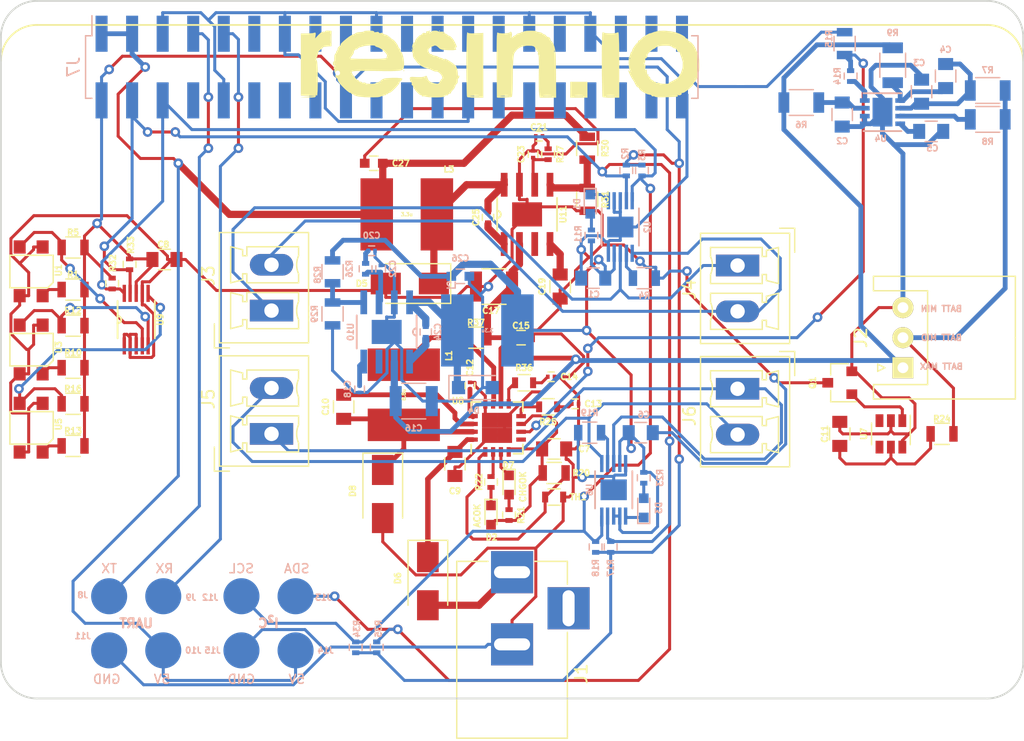
<source format=kicad_pcb>
(kicad_pcb (version 20171130) (host pcbnew "(5.1.12)-1")
  (title_block (title resin-rover-wide-hat) (date 2017-04-18) (rev 0.1) (company Resin.io) (comment 1 "Author: Tomás Villaseca <tomas@resin.io>"))
  (layers (0 F.Cu signal) (31 B.Cu signal) (34 B.Paste user) (35 F.Paste user) (36 B.SilkS user) (37 F.SilkS user) (38 B.Mask user) (39 F.Mask user) (44 Edge.Cuts user))
  (net 0 "")
  (net 1 GND)
  (net 2 /6V)
  (net 3 /BATT_MIN)
  (net 4 "Net-(C2-Pad1)")
  (net 5 "Net-(C3-Pad2)")
  (net 6 "Net-(C4-Pad1)")
  (net 7 "Net-(C5-Pad1)")
  (net 8 "Net-(C7-Pad2)")
  (net 9 /3.3V)
  (net 10 "Net-(C9-Pad1)")
  (net 11 "Net-(C10-Pad2)")
  (net 12 "Net-(C10-Pad1)")
  (net 13 "Net-(C11-Pad1)")
  (net 14 "Net-(C12-Pad2)")
  (net 15 "Net-(C13-Pad2)")
  (net 16 "Net-(C14-Pad2)")
  (net 17 /V_BATT)
  (net 18 "Net-(C18-Pad2)")
  (net 19 "Net-(C19-Pad2)")
  (net 20 "Net-(C20-Pad2)")
  (net 21 "Net-(C21-Pad2)")
  (net 22 "Net-(C22-Pad2)")
  (net 23 "Net-(C23-Pad2)")
  (net 24 "Net-(C24-Pad1)")
  (net 25 "Net-(C24-Pad2)")
  (net 26 "Net-(C25-Pad2)")
  (net 27 "Net-(C25-Pad1)")
  (net 28 /5V)
  (net 29 "Net-(D1-Pad1)")
  (net 30 "Net-(D1-Pad2)")
  (net 31 "Net-(D2-Pad1)")
  (net 32 "Net-(D3-Pad2)")
  (net 33 "Net-(D3-Pad1)")
  (net 34 /VCC)
  (net 35 "Net-(D7-Pad2)")
  (net 36 "Net-(D7-Pad1)")
  (net 37 "Net-(J1-Pad3)")
  (net 38 /BATT_MID)
  (net 39 "Net-(J3-Pad1)")
  (net 40 "Net-(J3-Pad2)")
  (net 41 "Net-(J5-Pad2)")
  (net 42 "Net-(J5-Pad1)")
  (net 43 "Net-(J7-Pad38)")
  (net 44 "Net-(J7-Pad37)")
  (net 45 "Net-(J7-Pad36)")
  (net 46 "Net-(J7-Pad35)")
  (net 47 "Net-(J7-Pad32)")
  (net 48 "Net-(J7-Pad31)")
  (net 49 "Net-(J7-Pad28)")
  (net 50 "Net-(J7-Pad27)")
  (net 51 "Net-(J7-Pad24)")
  (net 52 "Net-(J7-Pad23)")
  (net 53 "Net-(J7-Pad22)")
  (net 54 "Net-(J7-Pad21)")
  (net 55 "Net-(J7-Pad16)")
  (net 56 "Net-(J7-Pad15)")
  (net 57 "Net-(J7-Pad12)")
  (net 58 "Net-(J7-Pad11)")
  (net 59 RX)
  (net 60 TX)
  (net 61 SCL)
  (net 62 SDA)
  (net 63 "Net-(L1-Pad1)")
  (net 64 /DO)
  (net 65 "Net-(R1-Pad1)")
  (net 66 "Net-(R4-Pad1)")
  (net 67 /ADC0)
  (net 68 "Net-(R8-Pad1)")
  (net 69 "Net-(R10-Pad1)")
  (net 70 /ADC1)
  (net 71 "Net-(R13-Pad1)")
  (net 72 /CHG_EN)
  (net 73 "Net-(R14-Pad1)")
  (net 74 /ADC2)
  (net 75 "Net-(R19-Pad1)")
  (net 76 "Net-(R20-Pad1)")
  (net 77 "Net-(R22-Pad1)")
  (net 78 "Net-(R25-Pad2)")
  (net 79 "Net-(R36-Pad2)")
  (net 80 "Net-(U7-Pad4)")
  (net 81 "Net-(U7-Pad3)")
  (net 82 "Net-(U8-Pad5)")
  (net 83 "Net-(U10-Pad3)")
  (net 84 "Net-(U11-Pad3)")
  (net 85 "Net-(J7-Pad39)")
  (net 86 "Net-(J7-Pad34)")
  (net 87 "Net-(J7-Pad30)")
  (net 88 "Net-(J7-Pad25)")
  (net 89 "Net-(J7-Pad20)")
  (net 90 "Net-(J7-Pad17)")
  (net 91 "Net-(J7-Pad14)")
  (net 92 "Net-(J7-Pad8)")
  (net 93 /VSENSE_6V)
  (net 94 /VSENSE_5V)
  (module SOP65P640X110-15N (layer B.Cu) (at 124.5 71.8 90)
    (fp_text reference U2 (at 0 2.25 90) (layer B.SilkS) (effects (font (size 0.5 0.5) (thickness 0.125)) (justify mirror)))
    (fp_text value DRV8830 hide)
    (pad 11 smd rect (at 0 0 90) (size 1.7272 2.1844) (layers B.Cu B.Paste B.Mask) (net 1 GND))
    (pad 10 smd rect (at 2.1844 0.9906 90) (size 1.4224 0.2794) (layers B.Cu B.Paste B.Mask) (net 61 SCL))
    (pad 9 smd rect (at 2.1844 0.508 90) (size 1.4224 0.2794) (layers B.Cu B.Paste B.Mask) (net 62 SDA))
    (pad 8 smd rect (at 2.1844 0 90) (size 1.4224 0.2794) (layers B.Cu B.Paste B.Mask) (net 1 GND))
    (pad 7 smd rect (at 2.1844 -0.508 90) (size 1.4224 0.2794) (layers B.Cu B.Paste B.Mask) (net 1 GND))
    (pad 6 smd rect (at 2.1844 -0.9906 90) (size 1.4224 0.2794) (layers B.Cu B.Paste B.Mask) (net 29 "Net-(D1-Pad1)"))
    (pad 5 smd rect (at -2.1844 -0.9906 90) (size 1.4224 0.2794) (layers B.Cu B.Paste B.Mask) (net 1 GND))
    (pad 4 smd rect (at -2.1844 -0.508 90) (size 1.4224 0.2794) (layers B.Cu B.Paste B.Mask) (net 2 /6V))
    (pad 3 smd rect (at -2.1844 0 90) (size 1.4224 0.2794) (layers B.Cu B.Paste B.Mask) (net 39 "Net-(J3-Pad1)"))
    (pad 2 smd rect (at -2.1844 0.508 90) (size 1.4224 0.2794) (layers B.Cu B.Paste B.Mask) (net 66 "Net-(R4-Pad1)"))
    (pad 1 smd rect (at -2.1844 0.9906 90) (size 1.4224 0.2794) (layers B.Cu B.Paste B.Mask) (net 40 "Net-(J3-Pad2)"))
  )
  (module SOP65P640X110-15N (layer B.Cu) (at 123.95 93.65 270)
    (fp_text reference U6 (at 0 2 270) (layer B.SilkS) (effects (font (size 0.5 0.5) (thickness 0.125)) (justify mirror)))
    (fp_text value DRV8830 hide)
    (pad 11 smd rect (at 0 0 270) (size 1.7272 2.1844) (layers B.Cu B.Paste B.Mask) (net 1 GND))
    (pad 10 smd rect (at 2.1844 0.9906 270) (size 1.4224 0.2794) (layers B.Cu B.Paste B.Mask) (net 61 SCL))
    (pad 9 smd rect (at 2.1844 0.508 270) (size 1.4224 0.2794) (layers B.Cu B.Paste B.Mask) (net 62 SDA))
    (pad 8 smd rect (at 2.1844 0 270) (size 1.4224 0.2794) (layers B.Cu B.Paste B.Mask) (net 2 /6V))
    (pad 7 smd rect (at 2.1844 -0.508 270) (size 1.4224 0.2794) (layers B.Cu B.Paste B.Mask) (net 2 /6V))
    (pad 6 smd rect (at 2.1844 -0.9906 270) (size 1.4224 0.2794) (layers B.Cu B.Paste B.Mask) (net 33 "Net-(D3-Pad1)"))
    (pad 5 smd rect (at -2.1844 -0.9906 270) (size 1.4224 0.2794) (layers B.Cu B.Paste B.Mask) (net 1 GND))
    (pad 4 smd rect (at -2.1844 -0.508 270) (size 1.4224 0.2794) (layers B.Cu B.Paste B.Mask) (net 2 /6V))
    (pad 3 smd rect (at -2.1844 0 270) (size 1.4224 0.2794) (layers B.Cu B.Paste B.Mask) (net 42 "Net-(J5-Pad1)"))
    (pad 2 smd rect (at -2.1844 0.508 270) (size 1.4224 0.2794) (layers B.Cu B.Paste B.Mask) (net 75 "Net-(R19-Pad1)"))
    (pad 1 smd rect (at -2.1844 0.9906 270) (size 1.4224 0.2794) (layers B.Cu B.Paste B.Mask) (net 41 "Net-(J5-Pad2)"))
  )
  (module SOP50P490X110-10N (layer F.Cu) (at 84.25 79.5 90)
    (fp_text reference U9 (at 0 2 90) (layer F.SilkS) (effects (font (size 0.5 0.5) (thickness 0.125))))
    (fp_text value ADS1015 hide)
    (pad 1 smd rect (at -2.1844 -0.9906 90) (size 1.4224 0.2794) (layers F.Cu F.Paste F.Mask) (net 1 GND))
    (pad 2 smd rect (at -2.1844 -0.508 90) (size 1.4224 0.2794) (layers F.Cu F.Paste F.Mask) (net 1 GND))
    (pad 3 smd rect (at -2.1844 0 90) (size 1.4224 0.2794) (layers F.Cu F.Paste F.Mask) (net 1 GND))
    (pad 4 smd rect (at -2.1844 0.508 90) (size 1.4224 0.2794) (layers F.Cu F.Paste F.Mask) (net 67 /ADC0))
    (pad 5 smd rect (at -2.1844 0.9906 90) (size 1.4224 0.2794) (layers F.Cu F.Paste F.Mask) (net 70 /ADC1))
    (pad 6 smd rect (at 2.1844 0.9906 90) (size 1.4224 0.2794) (layers F.Cu F.Paste F.Mask) (net 74 /ADC2))
    (pad 7 smd rect (at 2.1844 0.508 90) (size 1.4224 0.2794) (layers F.Cu F.Paste F.Mask) (net 1 GND))
    (pad 8 smd rect (at 2.1844 0 90) (size 1.4224 0.2794) (layers F.Cu F.Paste F.Mask) (net 9 /3.3V))
    (pad 9 smd rect (at 2.1844 -0.508 90) (size 1.4224 0.2794) (layers F.Cu F.Paste F.Mask) (net 62 SDA))
    (pad 10 smd rect (at 2.1844 -0.9906 90) (size 1.4224 0.2794) (layers F.Cu F.Paste F.Mask) (net 61 SCL))
  )
  (module Mounting_Holes:MountingHole_2.2mm_M2 (layer F.Cu) (at 95.5 97)
    (fp_text reference REF**_8 hide)
    (fp_text value MountingHole_2.2mm_M2)
    (pad 1 np_thru_hole circle (at 0 0) (size 2.2 2.2) (drill 2.2) (layers *.Cu *.Mask))
  )
  (module Mounting_Holes:MountingHole_2.2mm_M2 (layer F.Cu) (at 77.5 97)
    (fp_text reference REF**_7 hide)
    (fp_text value MountingHole_2.2mm_M2)
    (pad 1 np_thru_hole circle (at 0 0) (size 2.2 2.2) (drill 2.2) (layers *.Cu *.Mask))
  )
  (module Mounting_Holes:MountingHole_2.2mm_M2 (layer F.Cu) (at 95.5 67)
    (fp_text reference REF**_6 hide)
    (fp_text value MountingHole_2.2mm_M2)
    (pad 1 np_thru_hole circle (at 0 0) (size 2.2 2.2) (drill 2.2) (layers *.Cu *.Mask))
  )
  (module Mounting_Holes:MountingHole_2.2mm_M2 (layer F.Cu) (at 77.5 67)
    (fp_text reference REF**_5 hide)
    (fp_text value MountingHole_2.2mm_M2)
    (pad 1 np_thru_hole circle (at 0 0) (size 2.2 2.2) (drill 2.2) (layers *.Cu *.Mask))
  )
  (module Mounting_Holes:MountingHole_2.2mm_M2 (layer F.Cu) (at 153.5 97)
    (fp_text reference REF**_4 hide)
    (fp_text value MountingHole_2.2mm_M2)
    (pad 1 np_thru_hole circle (at 0 0) (size 2.2 2.2) (drill 2.2) (layers *.Cu *.Mask))
  )
  (module Mounting_Holes:MountingHole_2.2mm_M2 (layer F.Cu) (at 135.5 97)
    (fp_text reference REF**_3 hide)
    (fp_text value MountingHole_2.2mm_M2)
    (pad 1 np_thru_hole circle (at 0 0) (size 2.2 2.2) (drill 2.2) (layers *.Cu *.Mask))
  )
  (module Mounting_Holes:MountingHole_2.2mm_M2 (layer F.Cu) (at 153.5 67)
    (fp_text reference REF**_2 hide)
    (fp_text value MountingHole_2.2mm_M2)
    (pad 1 np_thru_hole circle (at 0 0) (size 2.2 2.2) (drill 2.2) (layers *.Cu *.Mask))
  )
  (module footprints:RPi_Hat_Mounting_Hole (layer F.Cu) (at 76.5 58.5)
    (fp_text reference Noname_4 hide)
    (fp_text value "" hide)
    (pad "" np_thru_hole circle (at 0 0) (size 2.75 2.75) (drill 2.75) (layers *.Cu *.Mask) (clearance 1.725))
  )
  (module footprints:RPi_Hat_Mounting_Hole (layer F.Cu) (at 76.5 107.5)
    (fp_text reference Noname_3 hide)
    (fp_text value "" hide)
    (pad "" np_thru_hole circle (at 0 0) (size 2.75 2.75) (drill 2.75) (layers *.Cu *.Mask) (clearance 1.725))
  )
  (module footprints:RPi_Hat_Mounting_Hole (layer F.Cu) (at 134.5 107.5)
    (fp_text reference Noname_2 hide)
    (fp_text value "" hide)
    (pad "" np_thru_hole circle (at 0 0) (size 2.75 2.75) (drill 2.75) (layers *.Cu *.Mask) (clearance 1.725))
  )
  (module Capacitors_SMD:C_0805 (layer B.Cu) (at 122.25 76.05 180)
    (fp_text reference C1 (at -0.05 -1.35 180) (layer B.SilkS) (effects (font (size 0.5 0.5) (thickness 0.125)) (justify mirror)))
    (fp_text value 10u)
    (pad 1 smd rect (at -1 0 180) (size 1 1.25) (layers B.Cu B.Paste B.Mask) (net 2 /6V))
    (pad 2 smd rect (at 1 0 180) (size 1 1.25) (layers B.Cu B.Paste B.Mask) (net 1 GND))
  )
  (module Capacitors_SMD:C_0805 (layer B.Cu) (at 142.95 62.45 270)
    (fp_text reference C2 (at 2.2 0 180) (layer B.SilkS) (effects (font (size 0.5 0.5) (thickness 0.125)) (justify mirror)))
    (fp_text value 0.1u)
    (pad 2 smd rect (at 1 0 270) (size 1 1.25) (layers B.Cu B.Paste B.Mask) (net 3 /BATT_MIN))
    (pad 1 smd rect (at -1 0 270) (size 1 1.25) (layers B.Cu B.Paste B.Mask) (net 4 "Net-(C2-Pad1)"))
  )
  (module Capacitors_SMD:C_0805 (layer B.Cu) (at 149.55 60.55 270)
    (fp_text reference C3 (at -2.4 0.2 180) (layer B.SilkS) (effects (font (size 0.5 0.5) (thickness 0.125)) (justify mirror)))
    (fp_text value 0.1u)
    (pad 2 smd rect (at 1 0 270) (size 1 1.25) (layers B.Cu B.Paste B.Mask) (net 5 "Net-(C3-Pad2)"))
    (pad 1 smd rect (at -1 0 270) (size 1 1.25) (layers B.Cu B.Paste B.Mask) (net 3 /BATT_MIN))
  )
  (module Capacitors_SMD:C_0805 (layer B.Cu) (at 151.55 59.25 90)
    (fp_text reference C4 (at 2.2 0) (layer B.SilkS) (effects (font (size 0.5 0.5) (thickness 0.125)) (justify mirror)))
    (fp_text value 0.1u)
    (pad 1 smd rect (at -1 0 90) (size 1 1.25) (layers B.Cu B.Paste B.Mask) (net 6 "Net-(C4-Pad1)"))
    (pad 2 smd rect (at 1 0 90) (size 1 1.25) (layers B.Cu B.Paste B.Mask) (net 5 "Net-(C3-Pad2)"))
  )
  (module Capacitors_SMD:C_0805 (layer B.Cu) (at 150.35 63.85)
    (fp_text reference C5 (at 0.1 1.4) (layer B.SilkS) (effects (font (size 0.5 0.5) (thickness 0.125)) (justify mirror)))
    (fp_text value 0.1u)
    (pad 1 smd rect (at -1 0) (size 1 1.25) (layers B.Cu B.Paste B.Mask) (net 7 "Net-(C5-Pad1)"))
    (pad 2 smd rect (at 1 0) (size 1 1.25) (layers B.Cu B.Paste B.Mask) (net 3 /BATT_MIN))
  )
  (module Capacitors_SMD:C_0805 (layer B.Cu) (at 126.2 88.9)
    (fp_text reference C6 (at 0.25 -1.5) (layer B.SilkS) (effects (font (size 0.5 0.5) (thickness 0.125)) (justify mirror)))
    (fp_text value 10u)
    (pad 1 smd rect (at -1 0) (size 1 1.25) (layers B.Cu B.Paste B.Mask) (net 2 /6V))
    (pad 2 smd rect (at 1 0) (size 1 1.25) (layers B.Cu B.Paste B.Mask) (net 1 GND))
  )
  (module Capacitors_SMD:C_0805 (layer F.Cu) (at 119 90.25 180)
    (fp_text reference C7 (at -2.5 0 180) (layer F.SilkS) (effects (font (size 0.5 0.5) (thickness 0.125))))
    (fp_text value 1u)
    (pad 1 smd rect (at -1 0 180) (size 1 1.25) (layers F.Cu F.Paste F.Mask) (net 1 GND))
    (pad 2 smd rect (at 1 0 180) (size 1 1.25) (layers F.Cu F.Paste F.Mask) (net 8 "Net-(C7-Pad2)"))
  )
  (module Capacitors_SMD:C_0805 (layer F.Cu) (at 86.6 74.5 180)
    (fp_text reference C8 (at 0.1 1.25 180) (layer F.SilkS) (effects (font (size 0.5 0.5) (thickness 0.125))))
    (fp_text value 0.1u)
    (pad 1 smd rect (at -1 0 180) (size 1 1.25) (layers F.Cu F.Paste F.Mask) (net 1 GND))
    (pad 2 smd rect (at 1 0 180) (size 1 1.25) (layers F.Cu F.Paste F.Mask) (net 9 /3.3V))
  )
  (module Capacitors_SMD:C_0805 (layer F.Cu) (at 110.75 91.5 270)
    (fp_text reference C9 (at 2.25 0) (layer F.SilkS) (effects (font (size 0.5 0.5) (thickness 0.125))))
    (fp_text value 4.7u)
    (pad 2 smd rect (at 1 0 270) (size 1 1.25) (layers F.Cu F.Paste F.Mask) (net 1 GND))
    (pad 1 smd rect (at -1 0 270) (size 1 1.25) (layers F.Cu F.Paste F.Mask) (net 10 "Net-(C9-Pad1)"))
  )
  (module Capacitors_SMD:C_0805 (layer F.Cu) (at 101.5 86.75 90)
    (fp_text reference C10 (at 0 -1.5 90) (layer F.SilkS) (effects (font (size 0.5 0.5) (thickness 0.125))))
    (fp_text value 0.1u)
    (pad 2 smd rect (at 1 0 90) (size 1 1.25) (layers F.Cu F.Paste F.Mask) (net 11 "Net-(C10-Pad2)"))
    (pad 1 smd rect (at -1 0 90) (size 1 1.25) (layers F.Cu F.Paste F.Mask) (net 12 "Net-(C10-Pad1)"))
  )
  (module Capacitors_SMD:C_0805 (layer F.Cu) (at 142.75 89 90)
    (fp_text reference C11 (at 0 -1.25 90) (layer F.SilkS) (effects (font (size 0.5 0.5) (thickness 0.125))))
    (fp_text value 0.1u)
    (pad 1 smd rect (at -1 0 90) (size 1 1.25) (layers F.Cu F.Paste F.Mask) (net 13 "Net-(C11-Pad1)"))
    (pad 2 smd rect (at 1 0 90) (size 1 1.25) (layers F.Cu F.Paste F.Mask) (net 3 /BATT_MIN))
  )
  (module Capacitors_SMD:C_0201 (layer F.Cu) (at 112 85 270)
    (fp_text reference C12 (at -1.5 0 270) (layer F.SilkS) (effects (font (size 0.5 0.5) (thickness 0.125))))
    (fp_text value 0.1u)
    (pad 1 smd rect (at -0.28 0 270) (size 0.3 0.35) (layers F.Cu F.Paste F.Mask) (net 1 GND))
    (pad 2 smd rect (at 0.28 0 270) (size 0.3 0.35) (layers F.Cu F.Paste F.Mask) (net 14 "Net-(C12-Pad2)"))
  )
  (module Capacitors_SMD:C_0201 (layer F.Cu) (at 120.75 86.5 180)
    (fp_text reference C13 (at -1.5 0 180) (layer F.SilkS) (effects (font (size 0.5 0.5) (thickness 0.125))))
    (fp_text value 2.2n)
    (pad 2 smd rect (at 0.28 0 180) (size 0.3 0.35) (layers F.Cu F.Paste F.Mask) (net 15 "Net-(C13-Pad2)"))
    (pad 1 smd rect (at -0.28 0 180) (size 0.3 0.35) (layers F.Cu F.Paste F.Mask) (net 1 GND))
  )
  (module Capacitors_SMD:C_0201 (layer F.Cu) (at 118.75 84.25 180)
    (fp_text reference C14 (at -1.5 0 180) (layer F.SilkS) (effects (font (size 0.5 0.5) (thickness 0.125))))
    (fp_text value 2.2n)
    (pad 2 smd rect (at 0.28 0 180) (size 0.3 0.35) (layers F.Cu F.Paste F.Mask) (net 16 "Net-(C14-Pad2)"))
    (pad 1 smd rect (at -0.28 0 180) (size 0.3 0.35) (layers F.Cu F.Paste F.Mask) (net 1 GND))
  )
  (module Capacitors_SMD:C_0603 (layer F.Cu) (at 116.25 81 180)
    (fp_text reference C15 (at 0 1 180) (layer F.SilkS) (effects (font (size 0.5 0.5) (thickness 0.125))))
    (fp_text value 22u)
    (pad 2 smd rect (at 0.75 0 180) (size 0.8 0.75) (layers F.Cu F.Paste F.Mask) (net 17 /V_BATT))
    (pad 1 smd rect (at -0.75 0 180) (size 0.8 0.75) (layers F.Cu F.Paste F.Mask) (net 1 GND))
  )
  (module Capacitors_SMD:C_1210 (layer B.Cu) (at 107.325 86.275 180)
    (fp_text reference C16 (at 0 -2.25 180) (layer B.SilkS) (effects (font (size 0.5 0.5) (thickness 0.125)) (justify mirror)))
    (fp_text value 22u)
    (pad 1 smd rect (at -1.5 0 180) (size 1 2.5) (layers B.Cu B.Paste B.Mask) (net 1 GND))
    (pad 2 smd rect (at 1.5 0 180) (size 1 2.5) (layers B.Cu B.Paste B.Mask) (net 17 /V_BATT))
  )
  (module Capacitors_SMD:C_1210 (layer F.Cu) (at 114 76.75)
    (fp_text reference C17 (at -0.25 2) (layer F.SilkS) (effects (font (size 0.5 0.5) (thickness 0.125))))
    (fp_text value 22u)
    (pad 2 smd rect (at 1.5 0) (size 1 2.5) (layers F.Cu F.Paste F.Mask) (net 17 /V_BATT))
    (pad 1 smd rect (at -1.5 0) (size 1 2.5) (layers F.Cu F.Paste F.Mask) (net 1 GND))
  )
  (module Capacitors_SMD:C_0201 (layer B.Cu) (at 102.825 85.275 90)
    (fp_text reference C18 (at 0 -1 90) (layer B.SilkS) (effects (font (size 0.5 0.5) (thickness 0.125)) (justify mirror)))
    (fp_text value 27p)
    (pad 1 smd rect (at -0.28 0 90) (size 0.3 0.35) (layers B.Cu B.Paste B.Mask) (net 1 GND))
    (pad 2 smd rect (at 0.28 0 90) (size 0.3 0.35) (layers B.Cu B.Paste B.Mask) (net 18 "Net-(C18-Pad2)"))
  )
  (module Capacitors_SMD:C_0805 (layer F.Cu) (at 119.5 76.75 90)
    (fp_text reference C19 (at 0 -1.5 90) (layer F.SilkS) (effects (font (size 0.5 0.5) (thickness 0.125))))
    (fp_text value 30p)
    (pad 2 smd rect (at 1 0 90) (size 1 1.25) (layers F.Cu F.Paste F.Mask) (net 19 "Net-(C19-Pad2)"))
    (pad 1 smd rect (at -1 0 90) (size 1 1.25) (layers F.Cu F.Paste F.Mask) (net 1 GND))
  )
  (module Capacitors_SMD:C_0201 (layer B.Cu) (at 103.825 73.775 180)
    (fp_text reference C20 (at 0 1.27 180) (layer B.SilkS) (effects (font (size 0.5 0.5) (thickness 0.125)) (justify mirror)))
    (fp_text value 1n)
    (pad 1 smd rect (at -0.28 0 180) (size 0.3 0.35) (layers B.Cu B.Paste B.Mask) (net 1 GND))
    (pad 2 smd rect (at 0.28 0 180) (size 0.3 0.35) (layers B.Cu B.Paste B.Mask) (net 20 "Net-(C20-Pad2)"))
  )
  (module Capacitors_SMD:C_0201 (layer F.Cu) (at 117.75 64.25)
    (fp_text reference C21 (at 0 -0.75) (layer F.SilkS) (effects (font (size 0.5 0.5) (thickness 0.125))))
    (fp_text value 1.2n)
    (pad 2 smd rect (at 0.28 0) (size 0.3 0.35) (layers F.Cu F.Paste F.Mask) (net 21 "Net-(C21-Pad2)"))
    (pad 1 smd rect (at -0.28 0) (size 0.3 0.35) (layers F.Cu F.Paste F.Mask) (net 1 GND))
  )
  (module Capacitors_SMD:C_0201 (layer B.Cu) (at 104.575 75.275 270)
    (fp_text reference C22 (at 0 -1 270) (layer B.SilkS) (effects (font (size 0.5 0.5) (thickness 0.125)) (justify mirror)))
    (fp_text value 8.2n)
    (pad 2 smd rect (at 0.28 0 270) (size 0.3 0.35) (layers B.Cu B.Paste B.Mask) (net 22 "Net-(C22-Pad2)"))
    (pad 1 smd rect (at -0.28 0 270) (size 0.3 0.35) (layers B.Cu B.Paste B.Mask) (net 1 GND))
  )
  (module Capacitors_SMD:C_0201 (layer F.Cu) (at 117.25 65.75 270)
    (fp_text reference C23 (at 0 1 270) (layer F.SilkS) (effects (font (size 0.5 0.5) (thickness 0.125))))
    (fp_text value 8.2n)
    (pad 1 smd rect (at -0.28 0 270) (size 0.3 0.35) (layers F.Cu F.Paste F.Mask) (net 1 GND))
    (pad 2 smd rect (at 0.28 0 270) (size 0.3 0.35) (layers F.Cu F.Paste F.Mask) (net 23 "Net-(C23-Pad2)"))
  )
  (module Capacitors_SMD:C_0402 (layer B.Cu) (at 108.325 80.525 270)
    (fp_text reference C24 (at 0 -1 270) (layer B.SilkS) (effects (font (size 0.5 0.5) (thickness 0.125)) (justify mirror)))
    (fp_text value 100n)
    (pad 1 smd rect (at -0.55 0 270) (size 0.6 0.5) (layers B.Cu B.Paste B.Mask) (net 24 "Net-(C24-Pad1)"))
    (pad 2 smd rect (at 0.55 0 270) (size 0.6 0.5) (layers B.Cu B.Paste B.Mask) (net 25 "Net-(C24-Pad2)"))
  )
  (module Capacitors_SMD:C_0402 (layer F.Cu) (at 113.5 71 270)
    (fp_text reference C25 (at 0 1 270) (layer F.SilkS) (effects (font (size 0.5 0.5) (thickness 0.125))))
    (fp_text value 100n)
    (pad 2 smd rect (at 0.55 0 270) (size 0.6 0.5) (layers F.Cu F.Paste F.Mask) (net 26 "Net-(C25-Pad2)"))
    (pad 1 smd rect (at -0.55 0 270) (size 0.6 0.5) (layers F.Cu F.Paste F.Mask) (net 27 "Net-(C25-Pad1)"))
  )
  (module Capacitors_SMD:C_0603 (layer B.Cu) (at 111.2 75.9 180)
    (fp_text reference C26 (at 0 1.5 180) (layer B.SilkS) (effects (font (size 0.5 0.5) (thickness 0.125)) (justify mirror)))
    (fp_text value 22u)
    (pad 2 smd rect (at 0.75 0 180) (size 0.8 0.75) (layers B.Cu B.Paste B.Mask) (net 2 /6V))
    (pad 1 smd rect (at -0.75 0 180) (size 0.8 0.75) (layers B.Cu B.Paste B.Mask) (net 1 GND))
  )
  (module Capacitors_SMD:C_0603 (layer F.Cu) (at 104 66.5)
    (fp_text reference C27 (at 2.25 0) (layer F.SilkS) (effects (font (size 0.5 0.5) (thickness 0.125))))
    (fp_text value 22u)
    (pad 2 smd rect (at 0.75 0) (size 0.8 0.75) (layers F.Cu F.Paste F.Mask) (net 28 /5V))
    (pad 1 smd rect (at -0.75 0) (size 0.8 0.75) (layers F.Cu F.Paste F.Mask) (net 1 GND))
  )
  (module LEDs:LED_0603 (layer B.Cu) (at 122 69.9 270)
    (fp_text reference D1 (at 0 1.1 270) (layer B.SilkS) (effects (font (size 0.5 0.5) (thickness 0.125)) (justify mirror)))
    (fp_text value LED)
    (pad 2 smd rect (at 0.8 0 90) (size 0.8 0.8) (layers B.Cu B.Paste B.Mask) (net 30 "Net-(D1-Pad2)"))
    (pad 1 smd rect (at -0.8 0 90) (size 0.8 0.8) (layers B.Cu B.Paste B.Mask) (net 29 "Net-(D1-Pad1)"))
  )
  (module LEDs:LED_0603 (layer F.Cu) (at 113.75 95.75 270)
    (fp_text reference D2 (at 1.85 -0.05) (layer F.SilkS) (effects (font (size 0.5 0.5) (thickness 0.125))))
    (fp_text value LED)
    (pad 1 smd rect (at -0.8 0 90) (size 0.8 0.8) (layers F.Cu F.Paste F.Mask) (net 31 "Net-(D2-Pad1)"))
    (pad 2 smd rect (at 0.8 0 90) (size 0.8 0.8) (layers F.Cu F.Paste F.Mask) (net 8 "Net-(C7-Pad2)"))
  )
  (module LEDs:LED_0603 (layer B.Cu) (at 126.45 95.15 90)
    (fp_text reference D3 (at 0 1.25 90) (layer B.SilkS) (effects (font (size 0.5 0.5) (thickness 0.125)) (justify mirror)))
    (fp_text value LED)
    (pad 2 smd rect (at 0.8 0 270) (size 0.8 0.8) (layers B.Cu B.Paste B.Mask) (net 32 "Net-(D3-Pad2)"))
    (pad 1 smd rect (at -0.8 0 270) (size 0.8 0.8) (layers B.Cu B.Paste B.Mask) (net 33 "Net-(D3-Pad1)"))
  )
  (module Diodes_SMD:D_SOD-123F (layer B.Cu) (at 112.45 85.15)
    (fp_text reference D4 (at -0.127 1.905) (layer B.SilkS) (effects (font (size 0.5 0.5) (thickness 0.125)) (justify mirror)))
    (fp_text value D_Schottky)
    (pad 2 smd rect (at 1.4 0) (size 1.1 1.1) (layers B.Cu B.Paste B.Mask) (net 1 GND))
    (pad 1 smd rect (at -1.4 0) (size 1.1 1.1) (layers B.Cu B.Paste B.Mask) (net 24 "Net-(C24-Pad1)"))
  )
  (module Diodes_SMD:D_SMA_Standard (layer F.Cu) (at 107 76.5 180)
    (fp_text reference D5 (at 4 0 180) (layer F.SilkS) (effects (font (size 0.5 0.5) (thickness 0.125))))
    (fp_text value D_Schottky)
    (pad 2 smd rect (at 2 0 180) (size 2.5 1.8) (layers F.Cu F.Paste F.Mask) (net 1 GND))
    (pad 1 smd rect (at -2 0 180) (size 2.5 1.8) (layers F.Cu F.Paste F.Mask) (net 27 "Net-(C25-Pad1)"))
  )
  (module Diodes_SMD:D_SMA_Standard (layer F.Cu) (at 108.5 101.25 270)
    (fp_text reference D6 (at -0.25 2.5 270) (layer F.SilkS) (effects (font (size 0.5 0.5) (thickness 0.125))))
    (fp_text value Schottky)
    (pad 2 smd rect (at 2 0 270) (size 2.5 1.8) (layers F.Cu F.Paste F.Mask) (net 34 /VCC))
    (pad 1 smd rect (at -2 0 270) (size 2.5 1.8) (layers F.Cu F.Paste F.Mask) (net 10 "Net-(C9-Pad1)"))
  )
  (module LEDs:LED_0603 (layer F.Cu) (at 115.25 93.25 270)
    (fp_text reference D7 (at -1.65 0.05) (layer F.SilkS) (effects (font (size 0.5 0.5) (thickness 0.125))))
    (fp_text value LED)
    (pad 2 smd rect (at 0.8 0 90) (size 0.8 0.8) (layers F.Cu F.Paste F.Mask) (net 35 "Net-(D7-Pad2)"))
    (pad 1 smd rect (at -0.8 0 90) (size 0.8 0.8) (layers F.Cu F.Paste F.Mask) (net 36 "Net-(D7-Pad1)"))
  )
  (module Diodes_SMD:D_SMA_Standard (layer F.Cu) (at 104.75 94 270)
    (fp_text reference D8 (at -0.25 2.5 270) (layer F.SilkS) (effects (font (size 0.5 0.5) (thickness 0.125))))
    (fp_text value Schottky)
    (pad 1 smd rect (at -2 0 270) (size 2.5 1.8) (layers F.Cu F.Paste F.Mask) (net 12 "Net-(C10-Pad1)"))
    (pad 2 smd rect (at 2 0 270) (size 2.5 1.8) (layers F.Cu F.Paste F.Mask) (net 1 GND))
  )
  (module Connectors:BARREL_JACK (layer F.Cu) (at 115.5 100.5 90)
    (fp_text reference J1 (at -8.45 5.75 270) (layer F.SilkS))
    (fp_text value BARREL_JACK)
    (pad 3 thru_hole rect (at -3 4.7 90) (size 3.5 3.5) (drill oval 3 1) (layers *.Cu *.Mask) (net 37 "Net-(J1-Pad3)"))
    (pad 2 thru_hole rect (at -6 0 90) (size 3.5 3.5) (drill oval 1 3) (layers *.Cu *.Mask) (net 1 GND))
    (pad 1 thru_hole rect (at 0 0 90) (size 3.5 3.5) (drill oval 1 3) (layers *.Cu *.Mask) (net 34 /VCC))
  )
  (module Connectors_Phoenix:PhoenixContact_MCV-G_02x3.81mm_Vertical (layer F.Cu) (at 95.5 78.75 90)
    (fp_text reference J3 (at 2.905 -5.25 90) (layer F.SilkS))
    (fp_text value FL)
    (pad 1 thru_hole rect (at 0 0 90) (size 1.8 3.6) (drill 1.2) (layers *.Cu *.Mask) (net 39 "Net-(J3-Pad1)"))
    (pad 2 thru_hole oval (at 3.81 0 90) (size 1.8 3.6) (drill 1.2) (layers *.Cu *.Mask) (net 40 "Net-(J3-Pad2)"))
  )
  (module Connectors_Phoenix:PhoenixContact_MCV-G_02x3.81mm_Vertical (layer F.Cu) (at 134.25 75 270)
    (fp_text reference J4 (at 2 4 270) (layer F.SilkS))
    (fp_text value BL)
    (pad 1 thru_hole rect (at 0 0 270) (size 1.8 3.6) (drill 1.2) (layers *.Cu *.Mask) (net 39 "Net-(J3-Pad1)"))
    (pad 2 thru_hole oval (at 3.81 0 270) (size 1.8 3.6) (drill 1.2) (layers *.Cu *.Mask) (net 40 "Net-(J3-Pad2)"))
  )
  (module Connectors_Phoenix:PhoenixContact_MCV-G_02x3.81mm_Vertical (layer F.Cu) (at 95.5 89 90)
    (fp_text reference J5 (at 2.905 -5.25 90) (layer F.SilkS))
    (fp_text value FR)
    (pad 2 thru_hole oval (at 3.81 0 90) (size 1.8 3.6) (drill 1.2) (layers *.Cu *.Mask) (net 41 "Net-(J5-Pad2)"))
    (pad 1 thru_hole rect (at 0 0 90) (size 1.8 3.6) (drill 1.2) (layers *.Cu *.Mask) (net 42 "Net-(J5-Pad1)"))
  )
  (module Connectors_Phoenix:PhoenixContact_MCV-G_02x3.81mm_Vertical (layer F.Cu) (at 134.25 85.25 270)
    (fp_text reference J6 (at 2.25 4 270) (layer F.SilkS))
    (fp_text value BR)
    (pad 2 thru_hole oval (at 3.81 0 270) (size 1.8 3.6) (drill 1.2) (layers *.Cu *.Mask) (net 41 "Net-(J5-Pad2)"))
    (pad 1 thru_hole rect (at 0 0 270) (size 1.8 3.6) (drill 1.2) (layers *.Cu *.Mask) (net 42 "Net-(J5-Pad1)"))
  )
  (module Pin_Headers:Pin_Header_Straight_2x20_Pitch2.54mm_SMD (layer B.Cu) (at 105.5 58.5 270)
    (fp_text reference J7 (at 0 26.46 270) (layer B.SilkS) (effects (justify mirror)))
    (fp_text value CONN_02X20)
    (pad 40 smd rect (at 2.77 -24.13 270) (size 3 1) (layers B.Cu B.Paste B.Mask) (net 1 GND))
    (pad 39 smd rect (at -2.77 -24.13 270) (size 3 1) (layers B.Cu B.Paste B.Mask) (net 85 "Net-(J7-Pad39)"))
    (pad 38 smd rect (at 2.77 -21.59 270) (size 3 1) (layers B.Cu B.Paste B.Mask) (net 43 "Net-(J7-Pad38)"))
    (pad 37 smd rect (at -2.77 -21.59 270) (size 3 1) (layers B.Cu B.Paste B.Mask) (net 44 "Net-(J7-Pad37)"))
    (pad 36 smd rect (at 2.77 -19.05 270) (size 3 1) (layers B.Cu B.Paste B.Mask) (net 45 "Net-(J7-Pad36)"))
    (pad 35 smd rect (at -2.77 -19.05 270) (size 3 1) (layers B.Cu B.Paste B.Mask) (net 46 "Net-(J7-Pad35)"))
    (pad 34 smd rect (at 2.77 -16.51 270) (size 3 1) (layers B.Cu B.Paste B.Mask) (net 86 "Net-(J7-Pad34)"))
    (pad 33 smd rect (at -2.77 -16.51 270) (size 3 1) (layers B.Cu B.Paste B.Mask) (net 1 GND))
    (pad 32 smd rect (at 2.77 -13.97 270) (size 3 1) (layers B.Cu B.Paste B.Mask) (net 47 "Net-(J7-Pad32)"))
    (pad 31 smd rect (at -2.77 -13.97 270) (size 3 1) (layers B.Cu B.Paste B.Mask) (net 48 "Net-(J7-Pad31)"))
    (pad 30 smd rect (at 2.77 -11.43 270) (size 3 1) (layers B.Cu B.Paste B.Mask) (net 87 "Net-(J7-Pad30)"))
    (pad 29 smd rect (at -2.77 -11.43 270) (size 3 1) (layers B.Cu B.Paste B.Mask) (net 1 GND))
    (pad 28 smd rect (at 2.77 -8.89 270) (size 3 1) (layers B.Cu B.Paste B.Mask) (net 49 "Net-(J7-Pad28)"))
    (pad 27 smd rect (at -2.77 -8.89 270) (size 3 1) (layers B.Cu B.Paste B.Mask) (net 50 "Net-(J7-Pad27)"))
    (pad 26 smd rect (at 2.77 -6.35 270) (size 3 1) (layers B.Cu B.Paste B.Mask) (net 1 GND))
    (pad 25 smd rect (at -2.77 -6.35 270) (size 3 1) (layers B.Cu B.Paste B.Mask) (net 88 "Net-(J7-Pad25)"))
    (pad 24 smd rect (at 2.77 -3.81 270) (size 3 1) (layers B.Cu B.Paste B.Mask) (net 51 "Net-(J7-Pad24)"))
    (pad 23 smd rect (at -2.77 -3.81 270) (size 3 1) (layers B.Cu B.Paste B.Mask) (net 52 "Net-(J7-Pad23)"))
    (pad 22 smd rect (at 2.77 -1.27 270) (size 3 1) (layers B.Cu B.Paste B.Mask) (net 53 "Net-(J7-Pad22)"))
    (pad 21 smd rect (at -2.77 -1.27 270) (size 3 1) (layers B.Cu B.Paste B.Mask) (net 54 "Net-(J7-Pad21)"))
    (pad 20 smd rect (at 2.77 1.27 270) (size 3 1) (layers B.Cu B.Paste B.Mask) (net 89 "Net-(J7-Pad20)"))
    (pad 19 smd rect (at -2.77 1.27 270) (size 3 1) (layers B.Cu B.Paste B.Mask) (net 1 GND))
    (pad 18 smd rect (at 2.77 3.81 270) (size 3 1) (layers B.Cu B.Paste B.Mask) (net 9 /3.3V))
    (pad 17 smd rect (at -2.77 3.81 270) (size 3 1) (layers B.Cu B.Paste B.Mask) (net 90 "Net-(J7-Pad17)"))
    (pad 16 smd rect (at 2.77 6.35 270) (size 3 1) (layers B.Cu B.Paste B.Mask) (net 55 "Net-(J7-Pad16)"))
    (pad 15 smd rect (at -2.77 6.35 270) (size 3 1) (layers B.Cu B.Paste B.Mask) (net 56 "Net-(J7-Pad15)"))
    (pad 14 smd rect (at 2.77 8.89 270) (size 3 1) (layers B.Cu B.Paste B.Mask) (net 91 "Net-(J7-Pad14)"))
    (pad 13 smd rect (at -2.77 8.89 270) (size 3 1) (layers B.Cu B.Paste B.Mask) (net 1 GND))
    (pad 12 smd rect (at 2.77 11.43 270) (size 3 1) (layers B.Cu B.Paste B.Mask) (net 57 "Net-(J7-Pad12)"))
    (pad 11 smd rect (at -2.77 11.43 270) (size 3 1) (layers B.Cu B.Paste B.Mask) (net 58 "Net-(J7-Pad11)"))
    (pad 10 smd rect (at 2.77 13.97 270) (size 3 1) (layers B.Cu B.Paste B.Mask) (net 1 GND))
    (pad 9 smd rect (at -2.77 13.97 270) (size 3 1) (layers B.Cu B.Paste B.Mask) (net 59 RX))
    (pad 8 smd rect (at 2.77 16.51 270) (size 3 1) (layers B.Cu B.Paste B.Mask) (net 92 "Net-(J7-Pad8)"))
    (pad 7 smd rect (at -2.77 16.51 270) (size 3 1) (layers B.Cu B.Paste B.Mask) (net 60 TX))
    (pad 6 smd rect (at 2.77 19.05 270) (size 3 1) (layers B.Cu B.Paste B.Mask) (net 61 SCL))
    (pad 5 smd rect (at -2.77 19.05 270) (size 3 1) (layers B.Cu B.Paste B.Mask) (net 1 GND))
    (pad 4 smd rect (at 2.77 21.59 270) (size 3 1) (layers B.Cu B.Paste B.Mask) (net 62 SDA))
    (pad 3 smd rect (at -2.77 21.59 270) (size 3 1) (layers B.Cu B.Paste B.Mask) (net 28 /5V))
    (pad 2 smd rect (at 2.77 24.13 270) (size 3 1) (layers B.Cu B.Paste B.Mask) (net 9 /3.3V))
    (pad 1 smd rect (at -2.77 24.13 270) (size 3 1) (layers B.Cu B.Paste B.Mask) (net 28 /5V))
  )
  (module footprints:SRN6045 (layer F.Cu) (at 106.5 85.75 270)
    (fp_text reference L1 (at -3.25 -3.75 270) (layer F.SilkS) (effects (font (size 0.5 0.5) (thickness 0.125))))
    (fp_text value 6.8u (at 0 0 270) (layer F.SilkS) (effects (font (size 0.3 0.3) (thickness 0.075))))
    (pad 1 smd rect (at -2.5 0 270) (size 2.7 6) (layers F.Cu F.Paste F.Mask) (net 63 "Net-(L1-Pad1)"))
    (pad 2 smd rect (at 2.5 0 270) (size 2.7 6) (layers F.Cu F.Paste F.Mask) (net 12 "Net-(C10-Pad1)"))
  )
  (module footprints:SRN6045 (layer B.Cu) (at 113.45 80.4 180)
    (fp_text reference L2 (at 3 3.75 180) (layer B.SilkS) (effects (font (size 0.5 0.5) (thickness 0.125)) (justify mirror)))
    (fp_text value 3.3u (at 0 0 180) (layer B.SilkS) (effects (font (size 0.3 0.3) (thickness 0.075)) (justify mirror)))
    (pad 2 smd rect (at 2.5 0 180) (size 2.7 6) (layers B.Cu B.Paste B.Mask) (net 24 "Net-(C24-Pad1)"))
    (pad 1 smd rect (at -2.5 0 180) (size 2.7 6) (layers B.Cu B.Paste B.Mask) (net 2 /6V))
  )
  (module footprints:SRN6045 (layer F.Cu) (at 106.75 70.75)
    (fp_text reference L3 (at 3.5 -3.75) (layer F.SilkS) (effects (font (size 0.5 0.5) (thickness 0.125))))
    (fp_text value 3.3u (at 0 0) (layer F.SilkS) (effects (font (size 0.3 0.3) (thickness 0.075))))
    (pad 2 smd rect (at 2.5 0) (size 2.7 6) (layers F.Cu F.Paste F.Mask) (net 27 "Net-(C25-Pad1)"))
    (pad 1 smd rect (at -2.5 0) (size 2.7 6) (layers F.Cu F.Paste F.Mask) (net 28 /5V))
  )
  (module TO_SOT_Packages_SMD:SOT-23 (layer F.Cu) (at 142.75 84.75 180)
    (fp_text reference Q1 (at 2.25 0 270) (layer F.SilkS) (effects (font (size 0.5 0.5) (thickness 0.125))))
    (fp_text value 2N7002)
    (pad 3 smd rect (at 1 0 180) (size 0.9 0.8) (layers F.Cu F.Paste F.Mask) (net 1 GND))
    (pad 2 smd rect (at -1 0.95 180) (size 0.9 0.8) (layers F.Cu F.Paste F.Mask) (net 3 /BATT_MIN))
    (pad 1 smd rect (at -1 -0.95 180) (size 0.9 0.8) (layers F.Cu F.Paste F.Mask) (net 64 /DO))
  )
  (module Resistors_SMD:R_0805 (layer F.Cu) (at 79 77)
    (fp_text reference R1 (at 0 -1.25) (layer F.SilkS) (effects (font (size 0.5 0.5) (thickness 0.125))))
    (fp_text value 100)
    (pad 2 smd rect (at 0.95 0) (size 0.7 1.3) (layers F.Cu F.Paste F.Mask) (net 9 /3.3V))
    (pad 1 smd rect (at -0.95 0) (size 0.7 1.3) (layers F.Cu F.Paste F.Mask) (net 65 "Net-(R1-Pad1)"))
  )
  (module Resistors_SMD:R_0402 (layer B.Cu) (at 125 67.1 90)
    (fp_text reference R2 (at 1.4 -0.1 90) (layer B.SilkS) (effects (font (size 0.5 0.5) (thickness 0.125)) (justify mirror)))
    (fp_text value 4.7K)
    (pad 2 smd rect (at 0.45 0 90) (size 0.4 0.6) (layers B.Cu B.Paste B.Mask) (net 9 /3.3V))
    (pad 1 smd rect (at -0.45 0 90) (size 0.4 0.6) (layers B.Cu B.Paste B.Mask) (net 62 SDA))
  )
  (module Resistors_SMD:R_0402 (layer B.Cu) (at 126.3 67.1 90)
    (fp_text reference R3 (at 1.3 0 90) (layer B.SilkS) (effects (font (size 0.5 0.5) (thickness 0.125)) (justify mirror)))
    (fp_text value 4.7K)
    (pad 1 smd rect (at -0.45 0 90) (size 0.4 0.6) (layers B.Cu B.Paste B.Mask) (net 61 SCL))
    (pad 2 smd rect (at 0.45 0 90) (size 0.4 0.6) (layers B.Cu B.Paste B.Mask) (net 9 /3.3V))
  )
  (module Resistors_SMD:R_0805 (layer B.Cu) (at 126.5 76.05)
    (fp_text reference R4 (at 0 1.45) (layer B.SilkS) (effects (font (size 0.5 0.5) (thickness 0.125)) (justify mirror)))
    (fp_text value 0.2)
    (pad 1 smd rect (at -0.95 0) (size 0.7 1.3) (layers B.Cu B.Paste B.Mask) (net 66 "Net-(R4-Pad1)"))
    (pad 2 smd rect (at 0.95 0) (size 0.7 1.3) (layers B.Cu B.Paste B.Mask) (net 1 GND))
  )
  (module Resistors_SMD:R_0805 (layer F.Cu) (at 79 73.5)
    (fp_text reference R5 (at 0 -1.25) (layer F.SilkS) (effects (font (size 0.5 0.5) (thickness 0.125))))
    (fp_text value 10K)
    (pad 1 smd rect (at -0.95 0) (size 0.7 1.3) (layers F.Cu F.Paste F.Mask) (net 67 /ADC0))
    (pad 2 smd rect (at 0.95 0) (size 0.7 1.3) (layers F.Cu F.Paste F.Mask) (net 9 /3.3V))
  )
  (module Resistors_SMD:R_1206 (layer B.Cu) (at 139.55 61.45)
    (fp_text reference R6 (at 0 1.85) (layer B.SilkS) (effects (font (size 0.5 0.5) (thickness 0.125)) (justify mirror)))
    (fp_text value 150)
    (pad 2 smd rect (at 1.45 0) (size 0.9 1.7) (layers B.Cu B.Paste B.Mask) (net 4 "Net-(C2-Pad1)"))
    (pad 1 smd rect (at -1.45 0) (size 0.9 1.7) (layers B.Cu B.Paste B.Mask) (net 17 /V_BATT))
  )
  (module Resistors_SMD:R_1206 (layer B.Cu) (at 155.05 60.45)
    (fp_text reference R7 (at 0 -1.7) (layer B.SilkS) (effects (font (size 0.5 0.5) (thickness 0.125)) (justify mirror)))
    (fp_text value 240)
    (pad 1 smd rect (at -1.45 0) (size 0.9 1.7) (layers B.Cu B.Paste B.Mask) (net 5 "Net-(C3-Pad2)"))
    (pad 2 smd rect (at 1.45 0) (size 0.9 1.7) (layers B.Cu B.Paste B.Mask) (net 38 /BATT_MID))
  )
  (module Resistors_SMD:R_1206 (layer B.Cu) (at 155.05 62.85)
    (fp_text reference R8 (at 0 1.85) (layer B.SilkS) (effects (font (size 0.5 0.5) (thickness 0.125)) (justify mirror)))
    (fp_text value 150)
    (pad 1 smd rect (at -1.45 0) (size 0.9 1.7) (layers B.Cu B.Paste B.Mask) (net 68 "Net-(R8-Pad1)"))
    (pad 2 smd rect (at 1.45 0) (size 0.9 1.7) (layers B.Cu B.Paste B.Mask) (net 38 /BATT_MID))
  )
  (module Resistors_SMD:R_1206 (layer B.Cu) (at 147.15 58.35 90)
    (fp_text reference R9 (at 2.7 0) (layer B.SilkS) (effects (font (size 0.5 0.5) (thickness 0.125)) (justify mirror)))
    (fp_text value 150)
    (pad 2 smd rect (at 1.45 0 90) (size 0.9 1.7) (layers B.Cu B.Paste B.Mask) (net 17 /V_BATT))
    (pad 1 smd rect (at -1.45 0 90) (size 0.9 1.7) (layers B.Cu B.Paste B.Mask) (net 6 "Net-(C4-Pad1)"))
  )
  (module Resistors_SMD:R_0805 (layer F.Cu) (at 79 83.5)
    (fp_text reference R10 (at 0 -1.25) (layer F.SilkS) (effects (font (size 0.5 0.5) (thickness 0.125))))
    (fp_text value 100)
    (pad 2 smd rect (at 0.95 0) (size 0.7 1.3) (layers F.Cu F.Paste F.Mask) (net 9 /3.3V))
    (pad 1 smd rect (at -0.95 0) (size 0.7 1.3) (layers F.Cu F.Paste F.Mask) (net 69 "Net-(R10-Pad1)"))
  )
  (module Resistors_SMD:R_0402 (layer B.Cu) (at 122.1 72.5 90)
    (fp_text reference R11 (at 0.1 -1.1 90) (layer B.SilkS) (effects (font (size 0.5 0.5) (thickness 0.125)) (justify mirror)))
    (fp_text value 1K)
    (pad 2 smd rect (at 0.45 0 90) (size 0.4 0.6) (layers B.Cu B.Paste B.Mask) (net 30 "Net-(D1-Pad2)"))
    (pad 1 smd rect (at -0.45 0 90) (size 0.4 0.6) (layers B.Cu B.Paste B.Mask) (net 2 /6V))
  )
  (module Resistors_SMD:R_0805 (layer F.Cu) (at 79 80)
    (fp_text reference R12 (at 0 -1.25) (layer F.SilkS) (effects (font (size 0.5 0.5) (thickness 0.125))))
    (fp_text value 10K)
    (pad 1 smd rect (at -0.95 0) (size 0.7 1.3) (layers F.Cu F.Paste F.Mask) (net 70 /ADC1))
    (pad 2 smd rect (at 0.95 0) (size 0.7 1.3) (layers F.Cu F.Paste F.Mask) (net 9 /3.3V))
  )
  (module Resistors_SMD:R_0805 (layer F.Cu) (at 79 90)
    (fp_text reference R13 (at 0 -1.25) (layer F.SilkS) (effects (font (size 0.5 0.5) (thickness 0.125))))
    (fp_text value 100)
    (pad 2 smd rect (at 0.95 0) (size 0.7 1.3) (layers F.Cu F.Paste F.Mask) (net 9 /3.3V))
    (pad 1 smd rect (at -0.95 0) (size 0.7 1.3) (layers F.Cu F.Paste F.Mask) (net 71 "Net-(R13-Pad1)"))
  )
  (module Resistors_SMD:R_0402 (layer B.Cu) (at 143.65 59.25 90)
    (fp_text reference R14 (at 0 -1.1 90) (layer B.SilkS) (effects (font (size 0.5 0.5) (thickness 0.125)) (justify mirror)))
    (fp_text value 4.7K)
    (pad 2 smd rect (at 0.45 0 90) (size 0.4 0.6) (layers B.Cu B.Paste B.Mask) (net 72 /CHG_EN))
    (pad 1 smd rect (at -0.45 0 90) (size 0.4 0.6) (layers B.Cu B.Paste B.Mask) (net 73 "Net-(R14-Pad1)"))
  )
  (module Resistors_SMD:R_0805 (layer B.Cu) (at 143.15 56.55 90)
    (fp_text reference R15 (at 0.4 -1.3 90) (layer B.SilkS) (effects (font (size 0.5 0.5) (thickness 0.125)) (justify mirror)))
    (fp_text value 10K)
    (pad 2 smd rect (at 0.95 0 90) (size 0.7 1.3) (layers B.Cu B.Paste B.Mask) (net 1 GND))
    (pad 1 smd rect (at -0.95 0 90) (size 0.7 1.3) (layers B.Cu B.Paste B.Mask) (net 72 /CHG_EN))
  )
  (module Resistors_SMD:R_0805 (layer F.Cu) (at 79 86.5)
    (fp_text reference R16 (at 0 -1.25) (layer F.SilkS) (effects (font (size 0.5 0.5) (thickness 0.125))))
    (fp_text value 10K)
    (pad 1 smd rect (at -0.95 0) (size 0.7 1.3) (layers F.Cu F.Paste F.Mask) (net 74 /ADC2))
    (pad 2 smd rect (at 0.95 0) (size 0.7 1.3) (layers F.Cu F.Paste F.Mask) (net 9 /3.3V))
  )
  (module Resistors_SMD:R_0402 (layer B.Cu) (at 123.7 98.4 270)
    (fp_text reference R17 (at 1.75 0 270) (layer B.SilkS) (effects (font (size 0.5 0.5) (thickness 0.125)) (justify mirror)))
    (fp_text value 4.7K)
    (pad 1 smd rect (at -0.45 0 270) (size 0.4 0.6) (layers B.Cu B.Paste B.Mask) (net 62 SDA))
    (pad 2 smd rect (at 0.45 0 270) (size 0.4 0.6) (layers B.Cu B.Paste B.Mask) (net 9 /3.3V))
  )
  (module Resistors_SMD:R_0402 (layer B.Cu) (at 122.45 98.4 270)
    (fp_text reference R18 (at 1.75 0 270) (layer B.SilkS) (effects (font (size 0.5 0.5) (thickness 0.125)) (justify mirror)))
    (fp_text value 4.7K)
    (pad 2 smd rect (at 0.45 0 270) (size 0.4 0.6) (layers B.Cu B.Paste B.Mask) (net 9 /3.3V))
    (pad 1 smd rect (at -0.45 0 270) (size 0.4 0.6) (layers B.Cu B.Paste B.Mask) (net 61 SCL))
  )
  (module Resistors_SMD:R_0805 (layer B.Cu) (at 121.95 88.9 180)
    (fp_text reference R19 (at 0 1.65 180) (layer B.SilkS) (effects (font (size 0.5 0.5) (thickness 0.125)) (justify mirror)))
    (fp_text value 0.2)
    (pad 1 smd rect (at -0.95 0 180) (size 0.7 1.3) (layers B.Cu B.Paste B.Mask) (net 75 "Net-(R19-Pad1)"))
    (pad 2 smd rect (at 0.95 0 180) (size 0.7 1.3) (layers B.Cu B.Paste B.Mask) (net 1 GND))
  )
  (module Resistors_SMD:R_0805 (layer F.Cu) (at 119 92.25 180)
    (fp_text reference R20 (at -2.25 0 180) (layer F.SilkS) (effects (font (size 0.5 0.5) (thickness 0.125))))
    (fp_text value 10K)
    (pad 1 smd rect (at -0.95 0 180) (size 0.7 1.3) (layers F.Cu F.Paste F.Mask) (net 76 "Net-(R20-Pad1)"))
    (pad 2 smd rect (at 0.95 0 180) (size 0.7 1.3) (layers F.Cu F.Paste F.Mask) (net 8 "Net-(C7-Pad2)"))
  )
  (module Resistors_SMD:R_0402 (layer F.Cu) (at 115.25 95.75 90)
    (fp_text reference R21 (at 0 1 90) (layer F.SilkS) (effects (font (size 0.5 0.5) (thickness 0.125))))
    (fp_text value 1K)
    (pad 2 smd rect (at 0.45 0 90) (size 0.4 0.6) (layers F.Cu F.Paste F.Mask) (net 35 "Net-(D7-Pad2)"))
    (pad 1 smd rect (at -0.45 0 90) (size 0.4 0.6) (layers F.Cu F.Paste F.Mask) (net 8 "Net-(C7-Pad2)"))
  )
  (module Resistors_SMD:R_0402 (layer F.Cu) (at 113.75 93 270)
    (fp_text reference R22 (at 0 1 270) (layer F.SilkS) (effects (font (size 0.5 0.5) (thickness 0.125))))
    (fp_text value 1K)
    (pad 2 smd rect (at 0.45 0 270) (size 0.4 0.6) (layers F.Cu F.Paste F.Mask) (net 31 "Net-(D2-Pad1)"))
    (pad 1 smd rect (at -0.45 0 270) (size 0.4 0.6) (layers F.Cu F.Paste F.Mask) (net 77 "Net-(R22-Pad1)"))
  )
  (module Resistors_SMD:R_0402 (layer B.Cu) (at 126.45 92.65 90)
    (fp_text reference R23 (at 0 1.35 90) (layer B.SilkS) (effects (font (size 0.5 0.5) (thickness 0.125)) (justify mirror)))
    (fp_text value 1K)
    (pad 2 smd rect (at 0.45 0 90) (size 0.4 0.6) (layers B.Cu B.Paste B.Mask) (net 2 /6V))
    (pad 1 smd rect (at -0.45 0 90) (size 0.4 0.6) (layers B.Cu B.Paste B.Mask) (net 32 "Net-(D3-Pad2)"))
  )
  (module Resistors_SMD:R_0805 (layer F.Cu) (at 151.25 89)
    (fp_text reference R24 (at 0 -1.25) (layer F.SilkS) (effects (font (size 0.5 0.5) (thickness 0.125))))
    (fp_text value 10K)
    (pad 1 smd rect (at -0.95 0) (size 0.7 1.3) (layers F.Cu F.Paste F.Mask) (net 13 "Net-(C11-Pad1)"))
    (pad 2 smd rect (at 0.95 0) (size 0.7 1.3) (layers F.Cu F.Paste F.Mask) (net 38 /BATT_MID))
  )
  (module Resistors_SMD:R_0603 (layer F.Cu) (at 118.5 86.75 180)
    (fp_text reference R25 (at 0 -1.25 180) (layer F.SilkS) (effects (font (size 0.5 0.5) (thickness 0.125))))
    (fp_text value 2.49K)
    (pad 1 smd rect (at -0.75 0 180) (size 0.5 0.9) (layers F.Cu F.Paste F.Mask) (net 15 "Net-(C13-Pad2)"))
    (pad 2 smd rect (at 0.75 0 180) (size 0.5 0.9) (layers F.Cu F.Paste F.Mask) (net 78 "Net-(R25-Pad2)"))
  )
  (module Resistors_SMD:R_0402 (layer B.Cu) (at 103.325 75.275 270)
    (fp_text reference R26 (at 0 1.35 270) (layer B.SilkS) (effects (font (size 0.5 0.5) (thickness 0.125)) (justify mirror)))
    (fp_text value 30.1K)
    (pad 1 smd rect (at -0.45 0 270) (size 0.4 0.6) (layers B.Cu B.Paste B.Mask) (net 20 "Net-(C20-Pad2)"))
    (pad 2 smd rect (at 0.45 0 270) (size 0.4 0.6) (layers B.Cu B.Paste B.Mask) (net 22 "Net-(C22-Pad2)"))
  )
  (module Resistors_SMD:R_0402 (layer F.Cu) (at 118.5 65.75 270)
    (fp_text reference R27 (at 0 -1 270) (layer F.SilkS) (effects (font (size 0.5 0.5) (thickness 0.125))))
    (fp_text value 26.7K)
    (pad 1 smd rect (at -0.45 0 270) (size 0.4 0.6) (layers F.Cu F.Paste F.Mask) (net 21 "Net-(C21-Pad2)"))
    (pad 2 smd rect (at 0.45 0 270) (size 0.4 0.6) (layers F.Cu F.Paste F.Mask) (net 23 "Net-(C23-Pad2)"))
  )
  (module Resistors_SMD:R_0805 (layer B.Cu) (at 100.575 75.525 90)
    (fp_text reference R28 (at -0.25 -1.25 90) (layer B.SilkS) (effects (font (size 0.5 0.5) (thickness 0.125)) (justify mirror)))
    (fp_text value 10K)
    (pad 2 smd rect (at 0.95 0 90) (size 0.7 1.3) (layers B.Cu B.Paste B.Mask) (net 2 /6V))
    (pad 1 smd rect (at -0.95 0 90) (size 0.7 1.3) (layers B.Cu B.Paste B.Mask) (net 93 /VSENSE_6V))
  )
  (module Resistors_SMD:R_0805 (layer B.Cu) (at 100.575 79.025 90)
    (fp_text reference R29 (at 0 -1.5 90) (layer B.SilkS) (effects (font (size 0.5 0.5) (thickness 0.125)) (justify mirror)))
    (fp_text value 1.54K)
    (pad 1 smd rect (at -0.95 0 90) (size 0.7 1.3) (layers B.Cu B.Paste B.Mask) (net 1 GND))
    (pad 2 smd rect (at 0.95 0 90) (size 0.7 1.3) (layers B.Cu B.Paste B.Mask) (net 93 /VSENSE_6V))
  )
  (module Resistors_SMD:R_0805 (layer F.Cu) (at 121.75 65.25 90)
    (fp_text reference R30 (at 0 1.5 90) (layer F.SilkS) (effects (font (size 0.5 0.5) (thickness 0.125))))
    (fp_text value 10.5K)
    (pad 2 smd rect (at 0.95 0 90) (size 0.7 1.3) (layers F.Cu F.Paste F.Mask) (net 28 /5V))
    (pad 1 smd rect (at -0.95 0 90) (size 0.7 1.3) (layers F.Cu F.Paste F.Mask) (net 94 /VSENSE_5V))
  )
  (module Resistors_SMD:R_0805 (layer F.Cu) (at 121.75 69.5 90)
    (fp_text reference R31 (at 0 1.5 90) (layer F.SilkS) (effects (font (size 0.5 0.5) (thickness 0.125))))
    (fp_text value 2K)
    (pad 1 smd rect (at -0.95 0 90) (size 0.7 1.3) (layers F.Cu F.Paste F.Mask) (net 1 GND))
    (pad 2 smd rect (at 0.95 0 90) (size 0.7 1.3) (layers F.Cu F.Paste F.Mask) (net 94 /VSENSE_5V))
  )
  (module Resistors_SMD:R_0402 (layer F.Cu) (at 82.25 76.5 270)
    (fp_text reference R32 (at -1.7 -0.05 270) (layer F.SilkS) (effects (font (size 0.5 0.5) (thickness 0.125))))
    (fp_text value 4.7K)
    (pad 2 smd rect (at 0.45 0 270) (size 0.4 0.6) (layers F.Cu F.Paste F.Mask) (net 61 SCL))
    (pad 1 smd rect (at -0.45 0 270) (size 0.4 0.6) (layers F.Cu F.Paste F.Mask) (net 9 /3.3V))
  )
  (module Resistors_SMD:R_0402 (layer F.Cu) (at 83.7 74.9 90)
    (fp_text reference R33 (at 1.6 0.1 90) (layer F.SilkS) (effects (font (size 0.5 0.5) (thickness 0.125))))
    (fp_text value 4.7K)
    (pad 1 smd rect (at -0.45 0 90) (size 0.4 0.6) (layers F.Cu F.Paste F.Mask) (net 62 SDA))
    (pad 2 smd rect (at 0.45 0 90) (size 0.4 0.6) (layers F.Cu F.Paste F.Mask) (net 9 /3.3V))
  )
  (module Resistors_SMD:R_0402 (layer B.Cu) (at 102.5 106.75 270)
    (fp_text reference R34 (at -1.55 -0.1 270) (layer B.SilkS) (effects (font (size 0.5 0.5) (thickness 0.125)) (justify mirror)))
    (fp_text value 4.7K)
    (pad 2 smd rect (at 0.45 0 270) (size 0.4 0.6) (layers B.Cu B.Paste B.Mask) (net 9 /3.3V))
    (pad 1 smd rect (at -0.45 0 270) (size 0.4 0.6) (layers B.Cu B.Paste B.Mask) (net 61 SCL))
  )
  (module Resistors_SMD:R_0402 (layer B.Cu) (at 104.25 106.75 270)
    (fp_text reference R35 (at -1.55 -0.15 270) (layer B.SilkS) (effects (font (size 0.5 0.5) (thickness 0.125)) (justify mirror)))
    (fp_text value 4.7K)
    (pad 1 smd rect (at -0.45 0 270) (size 0.4 0.6) (layers B.Cu B.Paste B.Mask) (net 62 SDA))
    (pad 2 smd rect (at 0.45 0 270) (size 0.4 0.6) (layers B.Cu B.Paste B.Mask) (net 9 /3.3V))
  )
  (module Resistors_SMD:R_0603 (layer F.Cu) (at 116.5 84.75 180)
    (fp_text reference R36 (at 0 1.25 180) (layer F.SilkS) (effects (font (size 0.5 0.5) (thickness 0.125))))
    (fp_text value 750)
    (pad 2 smd rect (at 0.75 0 180) (size 0.5 0.9) (layers F.Cu F.Paste F.Mask) (net 79 "Net-(R36-Pad2)"))
    (pad 1 smd rect (at -0.75 0 180) (size 0.5 0.9) (layers F.Cu F.Paste F.Mask) (net 16 "Net-(C14-Pad2)"))
  )
  (module Resistors_SMD:R_0805 (layer F.Cu) (at 112.5 81 180)
    (fp_text reference R37 (at 0 1.25 180) (layer F.SilkS) (effects (font (size 0.5 0.5) (thickness 0.125))))
    (fp_text value 0.1)
    (pad 2 smd rect (at 0.95 0 180) (size 0.7 1.3) (layers F.Cu F.Paste F.Mask) (net 63 "Net-(L1-Pad1)"))
    (pad 1 smd rect (at -0.95 0 180) (size 0.7 1.3) (layers F.Cu F.Paste F.Mask) (net 17 /V_BATT))
  )
  (module Resistors_SMD:R_0603 (layer F.Cu) (at 119 94.25)
    (fp_text reference TH1 (at 2 0) (layer F.SilkS) (effects (font (size 0.5 0.5) (thickness 0.125))))
    (fp_text value "NTC 10K")
    (pad 2 smd rect (at 0.75 0) (size 0.5 0.9) (layers F.Cu F.Paste F.Mask) (net 1 GND))
    (pad 1 smd rect (at -0.75 0) (size 0.5 0.9) (layers F.Cu F.Paste F.Mask) (net 76 "Net-(R20-Pad1)"))
  )
  (module 4LEADSMD (layer F.Cu) (at 75.5 75.5 90)
    (fp_text reference U1 (at 0.1 2.3 90) (layer F.SilkS) (effects (font (size 0.5 0.5) (thickness 0.125))))
    (fp_text value QRE1113GR hide)
    (pad E smd rect (at -2.01 -0.94) (size 1 1.1) (layers F.Cu F.Paste F.Mask) (net 1 GND))
    (pad A smd rect (at -2.01 0.97) (size 1 1.1) (layers F.Cu F.Paste F.Mask) (net 65 "Net-(R1-Pad1)"))
    (pad C smd rect (at 2.04 -0.94) (size 1 1.1) (layers F.Cu F.Paste F.Mask) (net 67 /ADC0))
    (pad K smd rect (at 2.04 0.97) (size 1 1.1) (layers F.Cu F.Paste F.Mask) (net 1 GND))
  )
  (module 4LEADSMD (layer F.Cu) (at 75.5 82 90)
    (fp_text reference U3 (at 0.2 2.3 90) (layer F.SilkS) (effects (font (size 0.5 0.5) (thickness 0.125))))
    (fp_text value QRE1113GR hide)
    (pad E smd rect (at -2.01 -0.94) (size 1 1.1) (layers F.Cu F.Paste F.Mask) (net 1 GND))
    (pad A smd rect (at -2.01 0.97) (size 1 1.1) (layers F.Cu F.Paste F.Mask) (net 69 "Net-(R10-Pad1)"))
    (pad C smd rect (at 2.04 -0.94) (size 1 1.1) (layers F.Cu F.Paste F.Mask) (net 70 /ADC1))
    (pad K smd rect (at 2.04 0.97) (size 1 1.1) (layers F.Cu F.Paste F.Mask) (net 1 GND))
  )
  (module SON65P315X315X100-9N (layer B.Cu) (at 146.3 62.25 180)
    (fp_text reference U4 (at 0.15 -2.2 180) (layer B.SilkS) (effects (font (size 0.5 0.5) (thickness 0.125)) (justify mirror)))
    (fp_text value BQ29209 hide)
    (pad 1 smd rect (at -1.4732 0.9652 180) (size 0.8128 0.381) (layers B.Cu B.Paste B.Mask) (net 6 "Net-(C4-Pad1)"))
    (pad 2 smd rect (at -1.4732 0.3302 180) (size 0.8128 0.381) (layers B.Cu B.Paste B.Mask) (net 5 "Net-(C3-Pad2)"))
    (pad 3 smd rect (at -1.4732 -0.3302 180) (size 0.8128 0.381) (layers B.Cu B.Paste B.Mask) (net 68 "Net-(R8-Pad1)"))
    (pad 4 smd rect (at -1.4732 -0.9652 180) (size 0.8128 0.381) (layers B.Cu B.Paste B.Mask) (net 7 "Net-(C5-Pad1)"))
    (pad 5 smd rect (at 1.4732 -0.9652 180) (size 0.8128 0.381) (layers B.Cu B.Paste B.Mask) (net 3 /BATT_MIN))
    (pad 6 smd rect (at 1.4732 -0.3302 180) (size 0.8128 0.381) (layers B.Cu B.Paste B.Mask) (net 3 /BATT_MIN))
    (pad 7 smd rect (at 1.4732 0.3302 180) (size 0.8128 0.381) (layers B.Cu B.Paste B.Mask) (net 4 "Net-(C2-Pad1)"))
    (pad 8 smd rect (at 1.4732 0.9652 180) (size 0.8128 0.381) (layers B.Cu B.Paste B.Mask) (net 73 "Net-(R14-Pad1)"))
    (pad 9 smd rect (at 0 0 180) (size 1.651 2.3876) (layers B.Cu B.Paste B.Mask) (net 3 /BATT_MIN))
  )
  (module 4LEADSMD (layer F.Cu) (at 75.5 88.5 90)
    (fp_text reference U5 (at 0.3 2.3 90) (layer F.SilkS) (effects (font (size 0.5 0.5) (thickness 0.125))))
    (fp_text value QRE1113GR hide)
    (pad K smd rect (at 2.04 0.97) (size 1 1.1) (layers F.Cu F.Paste F.Mask) (net 1 GND))
    (pad C smd rect (at 2.04 -0.94) (size 1 1.1) (layers F.Cu F.Paste F.Mask) (net 74 /ADC2))
    (pad A smd rect (at -2.01 0.97) (size 1 1.1) (layers F.Cu F.Paste F.Mask) (net 71 "Net-(R13-Pad1)"))
    (pad E smd rect (at -2.01 -0.94) (size 1 1.1) (layers F.Cu F.Paste F.Mask) (net 1 GND))
  )
  (module TO_SOT_Packages_SMD:SOT-23-6 (layer F.Cu) (at 147 89 270)
    (fp_text reference U7 (at 0 2.25 270) (layer F.SilkS) (effects (font (size 0.5 0.5) (thickness 0.125))))
    (fp_text value S-8261)
    (pad 5 smd rect (at 1.1 0 270) (size 1.06 0.65) (layers F.Cu F.Paste F.Mask) (net 13 "Net-(C11-Pad1)"))
    (pad 6 smd rect (at 1.1 -0.95 270) (size 1.06 0.65) (layers F.Cu F.Paste F.Mask) (net 3 /BATT_MIN))
    (pad 4 smd rect (at 1.1 0.95 270) (size 1.06 0.65) (layers F.Cu F.Paste F.Mask) (net 80 "Net-(U7-Pad4)"))
    (pad 3 smd rect (at -1.1 0.95 270) (size 1.06 0.65) (layers F.Cu F.Paste F.Mask) (net 81 "Net-(U7-Pad3)"))
    (pad 2 smd rect (at -1.1 0 270) (size 1.06 0.65) (layers F.Cu F.Paste F.Mask) (net 3 /BATT_MIN))
    (pad 1 smd rect (at -1.1 -0.95 270) (size 1.06 0.65) (layers F.Cu F.Paste F.Mask) (net 64 /DO))
  )
  (module Housings_DFN_QFN:QFN-16-1EP_4x4mm_Pitch0.65mm (layer F.Cu) (at 114.25 88.5 90)
    (fp_text reference U8 (at 2.25 -3.25 180) (layer F.SilkS) (effects (font (size 0.5 0.5) (thickness 0.125))))
    (fp_text value MP2610)
    (pad 17 smd rect (at -0.625 -0.625 90) (size 1.25 1.25) (layers F.Cu F.Paste F.Mask) (net 1 GND))
    (pad 17 smd rect (at -0.625 0.625 90) (size 1.25 1.25) (layers F.Cu F.Paste F.Mask) (net 1 GND))
    (pad 17 smd rect (at 0.625 -0.625 90) (size 1.25 1.25) (layers F.Cu F.Paste F.Mask) (net 1 GND))
    (pad 17 smd rect (at 0.625 0.625 90) (size 1.25 1.25) (layers F.Cu F.Paste F.Mask) (net 1 GND))
    (pad 16 smd rect (at -0.975 -2 180) (size 0.8 0.35) (layers F.Cu F.Paste F.Mask) (net 10 "Net-(C9-Pad1)"))
    (pad 15 smd rect (at -0.325 -2 180) (size 0.8 0.35) (layers F.Cu F.Paste F.Mask) (net 12 "Net-(C10-Pad1)"))
    (pad 14 smd rect (at 0.325 -2 180) (size 0.8 0.35) (layers F.Cu F.Paste F.Mask) (net 11 "Net-(C10-Pad2)"))
    (pad 13 smd rect (at 0.975 -2 180) (size 0.8 0.35) (layers F.Cu F.Paste F.Mask) (net 14 "Net-(C12-Pad2)"))
    (pad 12 smd rect (at 2 -0.975 90) (size 0.8 0.35) (layers F.Cu F.Paste F.Mask) (net 1 GND))
    (pad 11 smd rect (at 2 -0.325 90) (size 0.8 0.35) (layers F.Cu F.Paste F.Mask) (net 63 "Net-(L1-Pad1)"))
    (pad 10 smd rect (at 2 0.325 90) (size 0.8 0.35) (layers F.Cu F.Paste F.Mask) (net 17 /V_BATT))
    (pad 9 smd rect (at 2 0.975 90) (size 0.8 0.35) (layers F.Cu F.Paste F.Mask) (net 79 "Net-(R36-Pad2)"))
    (pad 8 smd rect (at 0.975 2 180) (size 0.8 0.35) (layers F.Cu F.Paste F.Mask) (net 78 "Net-(R25-Pad2)"))
    (pad 7 smd rect (at 0.325 2 180) (size 0.8 0.35) (layers F.Cu F.Paste F.Mask) (net 8 "Net-(C7-Pad2)"))
    (pad 6 smd rect (at -0.325 2 180) (size 0.8 0.35) (layers F.Cu F.Paste F.Mask) (net 72 /CHG_EN))
    (pad 5 smd rect (at -0.975 2 180) (size 0.8 0.35) (layers F.Cu F.Paste F.Mask) (net 82 "Net-(U8-Pad5)"))
    (pad 4 smd rect (at -2 0.975 90) (size 0.8 0.35) (layers F.Cu F.Paste F.Mask) (net 8 "Net-(C7-Pad2)"))
    (pad 3 smd rect (at -2 0.325 90) (size 0.8 0.35) (layers F.Cu F.Paste F.Mask) (net 36 "Net-(D7-Pad1)"))
    (pad 2 smd rect (at -2 -0.325 90) (size 0.8 0.35) (layers F.Cu F.Paste F.Mask) (net 77 "Net-(R22-Pad1)"))
    (pad 1 smd rect (at -2 -0.975 90) (size 0.8 0.35) (layers F.Cu F.Paste F.Mask) (net 76 "Net-(R20-Pad1)"))
  )
  (module SOIC127P600X170-9N (layer B.Cu) (at 105.075 80.525 90)
    (fp_text reference U10 (at 0 -3 90) (layer B.SilkS) (effects (font (size 0.5 0.5) (thickness 0.125)) (justify mirror)))
    (fp_text value TPS54332 hide)
    (pad 1 smd rect (at -2.4638 1.905 90) (size 1.9812 0.5588) (layers B.Cu B.Paste B.Mask) (net 25 "Net-(C24-Pad2)"))
    (pad 2 smd rect (at -2.4638 0.635 90) (size 1.9812 0.5588) (layers B.Cu B.Paste B.Mask) (net 17 /V_BATT))
    (pad 3 smd rect (at -2.4638 -0.635 90) (size 1.9812 0.5588) (layers B.Cu B.Paste B.Mask) (net 83 "Net-(U10-Pad3)"))
    (pad 4 smd rect (at -2.4638 -1.905 90) (size 1.9812 0.5588) (layers B.Cu B.Paste B.Mask) (net 18 "Net-(C18-Pad2)"))
    (pad 5 smd rect (at 2.4638 -1.905 90) (size 1.9812 0.5588) (layers B.Cu B.Paste B.Mask) (net 93 /VSENSE_6V))
    (pad 6 smd rect (at 2.4638 -0.635 90) (size 1.9812 0.5588) (layers B.Cu B.Paste B.Mask) (net 22 "Net-(C22-Pad2)"))
    (pad 7 smd rect (at 2.4638 0.635 90) (size 1.9812 0.5588) (layers B.Cu B.Paste B.Mask) (net 1 GND))
    (pad 8 smd rect (at 2.4638 1.905 90) (size 1.9812 0.5588) (layers B.Cu B.Paste B.Mask) (net 24 "Net-(C24-Pad1)"))
    (pad 9 smd rect (at 0 0 90) (size 2.0066 2.4892) (layers B.Cu B.Paste B.Mask) (net 1 GND))
  )
  (module SOIC127P600X170-9N (layer F.Cu) (at 116.75 70.75 90)
    (fp_text reference U11 (at 0 3 90) (layer F.SilkS) (effects (font (size 0.5 0.5) (thickness 0.125))))
    (fp_text value TPS54332 hide)
    (pad 9 smd rect (at 0 0 90) (size 2.0066 2.4892) (layers F.Cu F.Paste F.Mask) (net 1 GND))
    (pad 8 smd rect (at 2.4638 -1.905 90) (size 1.9812 0.5588) (layers F.Cu F.Paste F.Mask) (net 27 "Net-(C25-Pad1)"))
    (pad 7 smd rect (at 2.4638 -0.635 90) (size 1.9812 0.5588) (layers F.Cu F.Paste F.Mask) (net 1 GND))
    (pad 6 smd rect (at 2.4638 0.635 90) (size 1.9812 0.5588) (layers F.Cu F.Paste F.Mask) (net 23 "Net-(C23-Pad2)"))
    (pad 5 smd rect (at 2.4638 1.905 90) (size 1.9812 0.5588) (layers F.Cu F.Paste F.Mask) (net 94 /VSENSE_5V))
    (pad 4 smd rect (at -2.4638 1.905 90) (size 1.9812 0.5588) (layers F.Cu F.Paste F.Mask) (net 19 "Net-(C19-Pad2)"))
    (pad 3 smd rect (at -2.4638 0.635 90) (size 1.9812 0.5588) (layers F.Cu F.Paste F.Mask) (net 84 "Net-(U11-Pad3)"))
    (pad 2 smd rect (at -2.4638 -0.635 90) (size 1.9812 0.5588) (layers F.Cu F.Paste F.Mask) (net 17 /V_BATT))
    (pad 1 smd rect (at -2.4638 -1.905 90) (size 1.9812 0.5588) (layers F.Cu F.Paste F.Mask) (net 26 "Net-(C25-Pad2)"))
  )
  (module footprints:RPi_Hat_Mounting_Hole (layer F.Cu) (at 134.5 58.5)
    (fp_text reference Noname_1 hide)
    (fp_text value "" hide)
    (pad "" np_thru_hole circle (at 0 0) (size 2.75 2.75) (drill 2.75) (layers *.Cu *.Mask) (clearance 1.725))
  )
  (module Mounting_Holes:MountingHole_2.2mm_M2 (layer F.Cu) (at 135.5 67)
    (fp_text reference REF** hide)
    (fp_text value MountingHole_2.2mm_M2)
    (pad 1 np_thru_hole circle (at 0 0) (size 2.2 2.2) (drill 2.2) (layers *.Cu *.Mask))
  )
  (module Connectors_JST:JST_XH_S03B-XH-A_03x2.50mm_Angled (layer F.Cu) (at 148 83.5 90)
    (fp_text reference J2 (at 2.5 -3.5 90) (layer F.SilkS))
    (fp_text value "2S LIPO")
    (pad 3 thru_hole circle (at 5 0 90) (size 1.75 1.75) (drill 0.9) (layers *.Cu *.Mask F.SilkS) (net 3 /BATT_MIN))
    (pad 2 thru_hole circle (at 2.5 0 90) (size 1.75 1.75) (drill 0.9) (layers *.Cu *.Mask F.SilkS) (net 38 /BATT_MID))
    (pad 1 thru_hole rect (at 0 0 90) (size 1.75 1.75) (drill 0.9) (layers *.Cu *.Mask F.SilkS) (net 17 /V_BATT))
  )
  (module Measurement_Points:Measurement_Point_Round-SMD-Pad_Big (layer B.Cu) (at 82 102.5)
    (fp_text reference J8 (at -2.2 -0.1) (layer B.SilkS) (effects (font (size 0.5 0.5) (thickness 0.125)) (justify mirror)))
    (fp_text value TEST_1P)
    (pad 1 smd circle (at 0 0) (size 3 3) (layers B.Cu B.Mask) (net 60 TX))
  )
  (module Measurement_Points:Measurement_Point_Round-SMD-Pad_Big (layer B.Cu) (at 86.5 102.5)
    (fp_text reference J9 (at 2.3 0.1) (layer B.SilkS) (effects (font (size 0.5 0.5) (thickness 0.125)) (justify mirror)))
    (fp_text value TEST_1P)
    (pad 1 smd circle (at 0 0) (size 3 3) (layers B.Cu B.Mask) (net 59 RX))
  )
  (module Measurement_Points:Measurement_Point_Round-SMD-Pad_Big (layer B.Cu) (at 86.5 107)
    (fp_text reference J10 (at 2.5 0) (layer B.SilkS) (effects (font (size 0.5 0.5) (thickness 0.125)) (justify mirror)))
    (fp_text value TEST_1P)
    (pad 1 smd circle (at 0 0) (size 3 3) (layers B.Cu B.Mask) (net 28 /5V))
  )
  (module Measurement_Points:Measurement_Point_Round-SMD-Pad_Big (layer B.Cu) (at 82 107)
    (fp_text reference J11 (at -2.2 -1.2) (layer B.SilkS) (effects (font (size 0.5 0.5) (thickness 0.125)) (justify mirror)))
    (fp_text value TEST_1P)
    (pad 1 smd circle (at 0 0) (size 3 3) (layers B.Cu B.Mask) (net 1 GND))
  )
  (module Measurement_Points:Measurement_Point_Round-SMD-Pad_Big (layer B.Cu) (at 93 102.5)
    (fp_text reference J12 (at -2.6 0.1) (layer B.SilkS) (effects (font (size 0.5 0.5) (thickness 0.125)) (justify mirror)))
    (fp_text value TEST_1P)
    (pad 1 smd circle (at 0 0) (size 3 3) (layers B.Cu B.Mask) (net 61 SCL))
  )
  (module Measurement_Points:Measurement_Point_Round-SMD-Pad_Big (layer B.Cu) (at 97.5 102.5)
    (fp_text reference J13 (at 2.3 0.1) (layer B.SilkS) (effects (font (size 0.5 0.5) (thickness 0.125)) (justify mirror)))
    (fp_text value TEST_1P)
    (pad 1 smd circle (at 0 0) (size 3 3) (layers B.Cu B.Mask) (net 62 SDA))
  )
  (module Measurement_Points:Measurement_Point_Round-SMD-Pad_Big (layer B.Cu) (at 97.5 107)
    (fp_text reference J14 (at 2.5 0) (layer B.SilkS) (effects (font (size 0.5 0.5) (thickness 0.125)) (justify mirror)))
    (fp_text value TEST_1P)
    (pad 1 smd circle (at 0 0) (size 3 3) (layers B.Cu B.Mask) (net 28 /5V))
  )
  (module Measurement_Points:Measurement_Point_Round-SMD-Pad_Big (layer B.Cu) (at 93 107)
    (fp_text reference J15 (at -2.4 0) (layer B.SilkS) (effects (font (size 0.5 0.5) (thickness 0.125)) (justify mirror)))
    (fp_text value TEST_1P)
    (pad 1 smd circle (at 0 0) (size 3 3) (layers B.Cu B.Mask) (net 1 GND))
  )
  (module footprints:LOGO (layer F.Cu) (at 114.5 58.25)
    (fp_text reference G*** hide)
    (fp_text value LOGO hide)
  )
  (gr_text CHGOK (at 116.4 93.4 90) (layer F.SilkS) (effects (font (size 0.5 0.5) (thickness 0.125))))
  (gr_text ACOK (at 112.6 95.8 90) (layer F.SilkS) (effects (font (size 0.5 0.5) (thickness 0.125))))
  (gr_text "BATT MAX\n" (at 151.2 83.4) (layer B.SilkS) (effects (font (size 0.5 0.5) (thickness 0.125)) (justify mirror)))
  (gr_text "BATT MIN\n" (at 151.2 78.6) (layer B.SilkS) (effects (font (size 0.5 0.5) (thickness 0.125)) (justify mirror)))
  (gr_text "BATT MID\n" (at 151.2 81) (layer B.SilkS) (effects (font (size 0.5 0.5) (thickness 0.125)) (justify mirror)))
  (gr_text "UART\n" (at 84.25 104.75) (layer B.SilkS) (effects (font (size 0.75 0.75) (thickness 0.1875)) (justify mirror)))
  (gr_text I²C (at 95.25 104.75) (layer B.SilkS) (effects (font (size 0.75 0.75) (thickness 0.1875)) (justify mirror)))
  (gr_text SDA (at 97.6 100.2) (layer B.SilkS) (effects (font (size 0.75 0.75) (thickness 0.125)) (justify mirror)))
  (gr_text SCL (at 93 100.2) (layer B.SilkS) (effects (font (size 0.75 0.75) (thickness 0.125)) (justify mirror)))
  (gr_text GND (at 93 109.4) (layer B.SilkS) (effects (font (size 0.75 0.75) (thickness 0.125)) (justify mirror)))
  (gr_text 5V (at 97.6 109.4) (layer B.SilkS) (effects (font (size 0.75 0.75) (thickness 0.125)) (justify mirror)))
  (gr_text GND (at 81.8 109.4) (layer B.SilkS) (effects (font (size 0.75 0.75) (thickness 0.125)) (justify mirror)))
  (gr_text 5V (at 86.4 109.4) (layer B.SilkS) (effects (font (size 0.75 0.75) (thickness 0.125)) (justify mirror)))
  (gr_text RX (at 86.6 100.2) (layer B.SilkS) (effects (font (size 0.75 0.75) (thickness 0.125)) (justify mirror)))
  (gr_text TX (at 82 100.2) (layer B.SilkS) (effects (font (size 0.75 0.75) (thickness 0.125)) (justify mirror)))
  (gr_line (start 155 55) (end 76 55) (angle 90) (layer F.SilkS) (width 0.15))
  (gr_line (start 73 56) (end 73 108) (angle 90) (layer Edge.Cuts) (width 0.15))
  (gr_line (start 155 53) (end 76 53) (angle 90) (layer Edge.Cuts) (width 0.15))
  (gr_line (start 155 111) (end 76 111) (angle 90) (layer Edge.Cuts) (width 0.15))
  (gr_line (start 158 56) (end 158 108) (angle 90) (layer Edge.Cuts) (width 0.15))
  (gr_arc (start 76 58) (end 73 58) (angle 90) (layer F.SilkS) (width 0.15))
  (gr_arc (start 155 58) (end 155 55) (angle 90) (layer F.SilkS) (width 0.15))
  (gr_arc (start 76 108) (end 76 111) (angle 90) (layer Edge.Cuts) (width 0.15))
  (gr_arc (start 76 56) (end 73 56) (angle 90) (layer Edge.Cuts) (width 0.15))
  (gr_arc (start 155 108) (end 158 108) (angle 90) (layer Edge.Cuts) (width 0.15))
  (gr_arc (start 155 56) (end 155 53) (angle 90) (layer Edge.Cuts) (width 0.15))
  (segment (start 124.5 70.5768) (end 124.5 71.8) (width 0.25) (layer B.Cu) (net 1))
  (segment (start 124.5 70.4768) (end 124.5 70.5768) (width 0.25) (layer B.Cu) (net 1))
  (segment (start 124.5 69.6156) (end 124.5 70.4768) (width 0.25) (layer B.Cu) (net 1))
  (segment (start 123.992 69.6156) (end 123.992 70.5768) (width 0.25) (layer B.Cu) (net 1))
  (segment (start 123.992 70.5768) (end 124.5 70.5768) (width 0.25) (layer B.Cu) (net 1))
  (segment (start 123.5094 73.0232) (end 123.619 72.9136) (width 0.25) (layer B.Cu) (net 1))
  (segment (start 123.619 72.9136) (end 124.5 72.9136) (width 0.25) (layer B.Cu) (net 1))
  (segment (start 121.25 73.6741) (end 121.25 72.9747) (width 0.25) (layer B.Cu) (net 1))
  (segment (start 121.25 72.9747) (end 121.6999 72.5248) (width 0.25) (layer B.Cu) (net 1))
  (segment (start 121.6999 72.5248) (end 122.7784 72.5248) (width 0.25) (layer B.Cu) (net 1))
  (segment (start 122.7784 72.5248) (end 123.2768 73.0232) (width 0.25) (layer B.Cu) (net 1))
  (segment (start 123.2768 73.0232) (end 123.5094 73.0232) (width 0.25) (layer B.Cu) (net 1))
  (segment (start 124.5 71.8) (end 124.5 72.9136) (width 0.25) (layer B.Cu) (net 1))
  (segment (start 121.3625 92.5364) (end 121.3625 92.5879) (width 0.25) (layer B.Cu) (net 1))
  (segment (start 121.3625 92.5879) (end 121.3375 92.6129) (width 0.25) (layer B.Cu) (net 1))
  (segment (start 121 88.9) (end 121 92.1739) (width 0.25) (layer B.Cu) (net 1))
  (segment (start 121 92.1739) (end 121.3625 92.5364) (width 0.25) (layer B.Cu) (net 1))
  (segment (start 121.3625 92.5364) (end 123.95 92.5364) (width 0.25) (layer B.Cu) (net 1))
  (segment (start 121.3375 92.6129) (end 120.5824 92.6129) (width 0.25) (layer F.Cu) (net 1))
  (segment (start 120.5824 92.6129) (end 120.5824 91.5617) (width 0.25) (layer F.Cu) (net 1))
  (segment (start 120.5824 91.5617) (end 120.1457 91.125) (width 0.25) (layer F.Cu) (net 1))
  (segment (start 120.1457 91.125) (end 120 91.125) (width 0.25) (layer F.Cu) (net 1))
  (segment (start 120.25 94.25) (end 120.5824 93.9176) (width 0.25) (layer F.Cu) (net 1))
  (segment (start 120.5824 93.9176) (end 120.5824 92.6129) (width 0.25) (layer F.Cu) (net 1))
  (segment (start 124.9406 91.4656) (end 124.9406 92.4268) (width 0.25) (layer B.Cu) (net 1))
  (segment (start 124.9406 92.4268) (end 124.0596 92.4268) (width 0.25) (layer B.Cu) (net 1))
  (segment (start 124.0596 92.4268) (end 123.95 92.5364) (width 0.25) (layer B.Cu) (net 1))
  (segment (start 84.758 77.3156) (end 84.758 78.2768) (width 0.25) (layer F.Cu) (net 1))
  (segment (start 83.742 81.6844) (end 83.742 82.6456) (width 0.25) (layer F.Cu) (net 1))
  (segment (start 83.742 82.6456) (end 85.544 82.6456) (width 0.25) (layer F.Cu) (net 1))
  (segment (start 85.544 82.6456) (end 85.6998 82.4898) (width 0.25) (layer F.Cu) (net 1))
  (segment (start 85.6998 82.4898) (end 85.6998 79.0308) (width 0.25) (layer F.Cu) (net 1))
  (segment (start 85.6998 79.0308) (end 84.9458 78.2768) (width 0.25) (layer F.Cu) (net 1))
  (segment (start 84.9458 78.2768) (end 84.758 78.2768) (width 0.25) (layer F.Cu) (net 1))
  (segment (start 83.742 81.4441) (end 83.742 81.6844) (width 0.25) (layer F.Cu) (net 1))
  (segment (start 83.742 81.4441) (end 83.742 81.2038) (width 0.25) (layer F.Cu) (net 1))
  (segment (start 83.2594 81.6844) (end 83.2594 80.7232) (width 0.25) (layer F.Cu) (net 1))
  (segment (start 83.742 81.2038) (end 83.742 80.9861) (width 0.25) (layer F.Cu) (net 1))
  (segment (start 83.742 80.9861) (end 83.4791 80.7232) (width 0.25) (layer F.Cu) (net 1))
  (segment (start 83.4791 80.7232) (end 83.2594 80.7232) (width 0.25) (layer F.Cu) (net 1))
  (segment (start 83.742 81.2038) (end 83.742 80.7232) (width 0.25) (layer F.Cu) (net 1))
  (segment (start 84.25 81.6844) (end 84.25 80.7232) (width 0.25) (layer F.Cu) (net 1))
  (segment (start 84.25 80.7232) (end 83.742 80.7232) (width 0.25) (layer F.Cu) (net 1))
  (segment (start 121.8875 74.3116) (end 121.25 73.6741) (width 0.25) (layer F.Cu) (net 1))
  (segment (start 119.5 77) (end 119.7812 77) (width 0.25) (layer F.Cu) (net 1))
  (segment (start 119.7812 77) (end 120.7748 76.0064) (width 0.25) (layer F.Cu) (net 1))
  (segment (start 120.7748 76.0064) (end 120.7748 75.4243) (width 0.25) (layer F.Cu) (net 1))
  (segment (start 120.7748 75.4243) (end 121.8875 74.3116) (width 0.25) (layer F.Cu) (net 1))
  (segment (start 122.988 73.2914) (end 121.9678 74.3116) (width 0.25) (layer F.Cu) (net 1))
  (segment (start 121.9678 74.3116) (end 121.8875 74.3116) (width 0.25) (layer F.Cu) (net 1))
  (segment (start 121.25 76.05) (end 121.25 73.6741) (width 0.25) (layer B.Cu) (net 1))
  (segment (start 123.5094 73.9844) (end 123.5094 73.0232) (width 0.25) (layer B.Cu) (net 1))
  (segment (start 127.2 88.9) (end 128.8046 88.9) (width 0.25) (layer B.Cu) (net 1))
  (segment (start 128.8046 88.9) (end 131.3599 91.4553) (width 0.25) (layer B.Cu) (net 1))
  (segment (start 131.3599 91.4553) (end 136.647 91.4553) (width 0.25) (layer B.Cu) (net 1))
  (segment (start 136.647 91.4553) (end 138.2522 89.8501) (width 0.25) (layer B.Cu) (net 1))
  (segment (start 138.2522 89.8501) (end 138.2522 85.3039) (width 0.25) (layer B.Cu) (net 1))
  (segment (start 138.2522 85.3039) (end 137.2904 84.3421) (width 0.25) (layer B.Cu) (net 1))
  (segment (start 137.2904 84.3421) (end 130.0425 77.0942) (width 0.25) (layer F.Cu) (net 1))
  (segment (start 130.0425 77.0942) (end 130.0425 75.4664) (width 0.25) (layer F.Cu) (net 1))
  (segment (start 141.75 84.75) (end 137.6983 84.75) (width 0.25) (layer F.Cu) (net 1))
  (segment (start 137.6983 84.75) (end 137.2904 84.3421) (width 0.25) (layer F.Cu) (net 1))
  (segment (start 87.6 74.5) (end 88.35 74.5) (width 0.25) (layer F.Cu) (net 1))
  (segment (start 105 77.075) (end 90.925 77.075) (width 0.25) (layer F.Cu) (net 1))
  (segment (start 90.925 77.075) (end 88.35 74.5) (width 0.25) (layer F.Cu) (net 1))
  (segment (start 105 77.075) (end 105 77.65) (width 0.25) (layer F.Cu) (net 1))
  (segment (start 105 76.5) (end 105 77.075) (width 0.25) (layer F.Cu) (net 1))
  (segment (start 84.758 77.3156) (end 84.758 76.3544) (width 0.25) (layer F.Cu) (net 1))
  (segment (start 87.225 74.5) (end 85.3706 76.3544) (width 0.25) (layer F.Cu) (net 1))
  (segment (start 85.3706 76.3544) (end 84.758 76.3544) (width 0.25) (layer F.Cu) (net 1))
  (segment (start 87.225 74.5) (end 86.85 74.5) (width 0.25) (layer F.Cu) (net 1))
  (segment (start 87.6 74.5) (end 87.225 74.5) (width 0.25) (layer F.Cu) (net 1))
  (segment (start 114.875 87.875) (end 114.875 87.7843) (width 0.25) (layer F.Cu) (net 1))
  (segment (start 114.875 87.7843) (end 117.1501 85.5092) (width 0.25) (layer F.Cu) (net 1))
  (segment (start 117.1501 85.5092) (end 118.1708 85.5092) (width 0.25) (layer F.Cu) (net 1))
  (segment (start 118.1708 85.5092) (end 119.43 84.25) (width 0.25) (layer F.Cu) (net 1))
  (segment (start 119.43 84.25) (end 121.03 85.85) (width 0.25) (layer F.Cu) (net 1))
  (segment (start 121.03 85.85) (end 121.03 86.5) (width 0.25) (layer F.Cu) (net 1))
  (segment (start 114.875 88.25) (end 114.875 87.875) (width 0.25) (layer F.Cu) (net 1))
  (segment (start 117 80.6875) (end 119.5875 80.6875) (width 0.25) (layer F.Cu) (net 1))
  (segment (start 119.5875 80.6875) (end 121.4498 82.5498) (width 0.25) (layer F.Cu) (net 1))
  (segment (start 121.4498 82.5498) (end 121.4498 83.0751) (width 0.25) (layer F.Cu) (net 1))
  (segment (start 121.4498 83.0751) (end 120.2749 84.25) (width 0.25) (layer F.Cu) (net 1))
  (segment (start 120.2749 84.25) (end 119.43 84.25) (width 0.25) (layer F.Cu) (net 1))
  (segment (start 117 80.6875) (end 117 80.375) (width 0.25) (layer F.Cu) (net 1))
  (segment (start 117 81) (end 117 80.6875) (width 0.25) (layer F.Cu) (net 1))
  (segment (start 110.75 92.5) (end 110.75 91.75) (width 0.25) (layer F.Cu) (net 1))
  (segment (start 113.8 89.125) (end 113.7272 89.125) (width 0.25) (layer F.Cu) (net 1))
  (segment (start 113.7272 89.125) (end 111.1022 91.75) (width 0.25) (layer F.Cu) (net 1))
  (segment (start 111.1022 91.75) (end 110.75 91.75) (width 0.25) (layer F.Cu) (net 1))
  (segment (start 113.8 89.125) (end 114.5 89.125) (width 0.25) (layer F.Cu) (net 1))
  (segment (start 113.625 89.125) (end 113.8 89.125) (width 0.25) (layer F.Cu) (net 1))
  (segment (start 112.8528 77.4278) (end 113.05 77.625) (width 0.25) (layer B.Cu) (net 1))
  (segment (start 113.05 77.625) (end 113.05 85.15) (width 0.25) (layer B.Cu) (net 1))
  (segment (start 111.95 76.525) (end 112.8528 77.4278) (width 0.25) (layer B.Cu) (net 1))
  (segment (start 112.8528 77.4278) (end 113.5306 76.75) (width 0.25) (layer B.Cu) (net 1))
  (segment (start 113.25 76.75) (end 113.5306 76.75) (width 0.25) (layer F.Cu) (net 1))
  (segment (start 105.7263 81.3438) (end 105.6866 81.3042) (width 0.25) (layer B.Cu) (net 1))
  (segment (start 105.6866 81.3042) (end 105.6866 81.1366) (width 0.25) (layer B.Cu) (net 1))
  (segment (start 105.6866 81.1366) (end 105.075 80.525) (width 0.25) (layer B.Cu) (net 1))
  (segment (start 108.075 86.275) (end 106.323 84.523) (width 0.25) (layer B.Cu) (net 1))
  (segment (start 106.323 84.523) (end 106.323 81.9406) (width 0.25) (layer B.Cu) (net 1))
  (segment (start 106.323 81.9406) (end 105.7263 81.3438) (width 0.25) (layer B.Cu) (net 1))
  (segment (start 105.7263 81.3438) (end 105.0998 81.9703) (width 0.25) (layer B.Cu) (net 1))
  (segment (start 105.0998 81.9703) (end 105.0998 83.9225) (width 0.25) (layer B.Cu) (net 1))
  (segment (start 105.0998 83.9225) (end 103.4673 85.555) (width 0.25) (layer B.Cu) (net 1))
  (segment (start 103.4673 85.555) (end 102.825 85.555) (width 0.25) (layer B.Cu) (net 1))
  (segment (start 126.1387 74.6407) (end 124.7894 73.2914) (width 0.25) (layer F.Cu) (net 1))
  (segment (start 124.7894 73.2914) (end 122.988 73.2914) (width 0.25) (layer F.Cu) (net 1))
  (segment (start 122.988 73.2914) (end 122.988 70.788) (width 0.25) (layer F.Cu) (net 1))
  (segment (start 122.988 70.788) (end 122.65 70.45) (width 0.25) (layer F.Cu) (net 1))
  (segment (start 119.5 77.75) (end 119.5 77) (width 0.25) (layer F.Cu) (net 1))
  (segment (start 120 90.25) (end 120.75 90.25) (width 0.25) (layer F.Cu) (net 1))
  (segment (start 121.03 86.5) (end 121.03 89.97) (width 0.25) (layer F.Cu) (net 1))
  (segment (start 121.03 89.97) (end 120.75 90.25) (width 0.25) (layer F.Cu) (net 1))
  (segment (start 119.03 84.25) (end 119.43 84.25) (width 0.25) (layer F.Cu) (net 1))
  (segment (start 117.25 65.47) (end 117.25 65.07) (width 0.25) (layer F.Cu) (net 1))
  (segment (start 117.47 64.25) (end 117.47 64.85) (width 0.25) (layer F.Cu) (net 1))
  (segment (start 117.47 64.85) (end 117.25 65.07) (width 0.25) (layer F.Cu) (net 1))
  (segment (start 104.7875 74.995) (end 104.105 74.3125) (width 0.25) (layer B.Cu) (net 1))
  (segment (start 104.105 74.3125) (end 104.105 73.775) (width 0.25) (layer B.Cu) (net 1))
  (segment (start 104.7875 74.995) (end 105 74.995) (width 0.25) (layer B.Cu) (net 1))
  (segment (start 104.575 74.995) (end 104.7875 74.995) (width 0.25) (layer B.Cu) (net 1))
  (segment (start 119.5 77.75) (end 119.5 78.5) (width 0.25) (layer F.Cu) (net 1))
  (segment (start 117 80.375) (end 117.625 80.375) (width 0.25) (layer F.Cu) (net 1))
  (segment (start 117.625 80.375) (end 119.5 78.5) (width 0.25) (layer F.Cu) (net 1))
  (segment (start 111.95 75.9) (end 111.95 76.525) (width 0.25) (layer B.Cu) (net 1))
  (segment (start 117.25 65.47) (end 117.675 65.47) (width 0.25) (layer F.Cu) (net 1))
  (segment (start 103.25 66.5) (end 103.25 65.875) (width 0.25) (layer F.Cu) (net 1))
  (segment (start 103.25 65.875) (end 107.1667 61.9583) (width 0.25) (layer F.Cu) (net 1))
  (segment (start 107.1667 61.9583) (end 120.7815 61.9583) (width 0.25) (layer F.Cu) (net 1))
  (segment (start 120.7815 61.9583) (end 122.6409 63.8177) (width 0.25) (layer F.Cu) (net 1))
  (segment (start 122.6409 63.8177) (end 122.6409 64.7978) (width 0.25) (layer F.Cu) (net 1))
  (segment (start 122.6409 64.7978) (end 122.5635 64.8752) (width 0.25) (layer F.Cu) (net 1))
  (segment (start 122.5635 64.8752) (end 120.8313 64.8752) (width 0.25) (layer F.Cu) (net 1))
  (segment (start 120.8313 64.8752) (end 119.9813 65.7252) (width 0.25) (layer F.Cu) (net 1))
  (segment (start 119.9813 65.7252) (end 117.9302 65.7252) (width 0.25) (layer F.Cu) (net 1))
  (segment (start 117.9302 65.7252) (end 117.675 65.47) (width 0.25) (layer F.Cu) (net 1))
  (segment (start 108.825 86.275) (end 108.075 86.275) (width 0.25) (layer B.Cu) (net 1))
  (segment (start 108.825 86.275) (end 111.925 86.275) (width 0.25) (layer B.Cu) (net 1))
  (segment (start 111.925 86.275) (end 113.05 85.15) (width 0.25) (layer B.Cu) (net 1))
  (segment (start 112.5 76.75) (end 113.25 76.75) (width 0.25) (layer F.Cu) (net 1))
  (segment (start 113.25 76.75) (end 115.502 74.498) (width 0.25) (layer F.Cu) (net 1))
  (segment (start 115.502 74.498) (end 115.502 71.998) (width 0.25) (layer F.Cu) (net 1))
  (segment (start 115.502 71.998) (end 116.75 70.75) (width 0.25) (layer F.Cu) (net 1))
  (segment (start 112.125 76.75) (end 112.5 76.75) (width 0.25) (layer F.Cu) (net 1))
  (segment (start 112.125 76.75) (end 111.75 76.75) (width 0.25) (layer F.Cu) (net 1))
  (segment (start 113.85 85.15) (end 113.05 85.15) (width 0.25) (layer B.Cu) (net 1))
  (segment (start 105 77.65) (end 110.85 77.65) (width 0.25) (layer F.Cu) (net 1))
  (segment (start 110.85 77.65) (end 111.75 76.75) (width 0.25) (layer F.Cu) (net 1))
  (segment (start 117.4752 98.5034) (end 119.75 96.2286) (width 0.25) (layer F.Cu) (net 1))
  (segment (start 119.75 96.2286) (end 119.75 94.25) (width 0.25) (layer F.Cu) (net 1))
  (segment (start 104.75 96) (end 104.75 97.9743) (width 0.25) (layer F.Cu) (net 1))
  (segment (start 104.75 97.9743) (end 107.5009 100.7252) (width 0.25) (layer F.Cu) (net 1))
  (segment (start 107.5009 100.7252) (end 111.2498 100.7252) (width 0.25) (layer F.Cu) (net 1))
  (segment (start 111.2498 100.7252) (end 113.4716 98.5034) (width 0.25) (layer F.Cu) (net 1))
  (segment (start 113.4716 98.5034) (end 117.4752 98.5034) (width 0.25) (layer F.Cu) (net 1))
  (segment (start 117.4752 98.5034) (end 117.4752 102.5248) (width 0.25) (layer F.Cu) (net 1))
  (segment (start 117.4752 102.5248) (end 115.5 104.5) (width 0.25) (layer F.Cu) (net 1))
  (segment (start 115.5 106.5) (end 115.5 104.5) (width 0.25) (layer F.Cu) (net 1))
  (segment (start 124.5 71.8) (end 125.8422 71.8) (width 0.25) (layer B.Cu) (net 1))
  (segment (start 129.63 60.395) (end 130.0424 60.8074) (width 0.25) (layer B.Cu) (net 1))
  (segment (start 130.0424 60.8074) (end 130.0424 67.5998) (width 0.25) (layer B.Cu) (net 1))
  (segment (start 130.0424 67.5998) (end 125.8422 71.8) (width 0.25) (layer B.Cu) (net 1))
  (segment (start 129.63 60.395) (end 129.63 59.52) (width 0.25) (layer B.Cu) (net 1))
  (segment (start 129.63 61.27) (end 129.63 60.395) (width 0.25) (layer B.Cu) (net 1))
  (segment (start 122.01 54.955) (end 122.01 55.5474) (width 0.25) (layer B.Cu) (net 1))
  (segment (start 122.01 55.5474) (end 124.2651 57.8025) (width 0.25) (layer B.Cu) (net 1))
  (segment (start 124.2651 57.8025) (end 127.9125 57.8025) (width 0.25) (layer B.Cu) (net 1))
  (segment (start 127.9125 57.8025) (end 129.63 59.52) (width 0.25) (layer B.Cu) (net 1))
  (segment (start 122.01 54.955) (end 122.01 53.98) (width 0.25) (layer B.Cu) (net 1))
  (segment (start 122.01 55.73) (end 122.01 54.955) (width 0.25) (layer B.Cu) (net 1))
  (segment (start 116.93 54.0048) (end 121.9852 54.0048) (width 0.25) (layer B.Cu) (net 1))
  (segment (start 121.9852 54.0048) (end 122.01 53.98) (width 0.25) (layer B.Cu) (net 1))
  (segment (start 116.93 54.0048) (end 116.93 53.98) (width 0.25) (layer B.Cu) (net 1))
  (segment (start 116.93 54.08) (end 116.93 54.0048) (width 0.25) (layer B.Cu) (net 1))
  (segment (start 116.93 55.73) (end 116.93 54.08) (width 0.25) (layer B.Cu) (net 1))
  (segment (start 96.61 55.73) (end 96.61 57.48) (width 0.25) (layer B.Cu) (net 1))
  (segment (start 111.85 61.27) (end 111.85 63.02) (width 0.25) (layer B.Cu) (net 1))
  (segment (start 111.85 63.02) (end 101.0715 63.02) (width 0.25) (layer B.Cu) (net 1))
  (segment (start 101.0715 63.02) (end 99.973 61.9215) (width 0.25) (layer B.Cu) (net 1))
  (segment (start 99.973 61.9215) (end 99.973 59.7179) (width 0.25) (layer B.Cu) (net 1))
  (segment (start 99.973 59.7179) (end 97.7351 57.48) (width 0.25) (layer B.Cu) (net 1))
  (segment (start 97.7351 57.48) (end 96.61 57.48) (width 0.25) (layer B.Cu) (net 1))
  (segment (start 104.23 54.0048) (end 116.9052 54.0048) (width 0.25) (layer B.Cu) (net 1))
  (segment (start 116.9052 54.0048) (end 116.93 53.98) (width 0.25) (layer B.Cu) (net 1))
  (segment (start 104.23 54.0048) (end 104.23 53.98) (width 0.25) (layer B.Cu) (net 1))
  (segment (start 104.23 54.08) (end 104.23 54.0048) (width 0.25) (layer B.Cu) (net 1))
  (segment (start 104.23 55.73) (end 104.23 54.08) (width 0.25) (layer B.Cu) (net 1))
  (segment (start 96.61 53.98) (end 104.23 53.98) (width 0.25) (layer B.Cu) (net 1))
  (segment (start 90.253 54.607) (end 90.88 53.98) (width 0.25) (layer B.Cu) (net 1))
  (segment (start 90.88 53.98) (end 96.61 53.98) (width 0.25) (layer B.Cu) (net 1))
  (segment (start 90.253 54.607) (end 90.78 55.134) (width 0.25) (layer B.Cu) (net 1))
  (segment (start 90.78 55.134) (end 90.78 58.77) (width 0.25) (layer B.Cu) (net 1))
  (segment (start 90.78 58.77) (end 91.53 59.52) (width 0.25) (layer B.Cu) (net 1))
  (segment (start 86.45 53.98) (end 89.626 53.98) (width 0.25) (layer B.Cu) (net 1))
  (segment (start 89.626 53.98) (end 90.253 54.607) (width 0.25) (layer B.Cu) (net 1))
  (segment (start 96.61 55.73) (end 96.61 53.98) (width 0.25) (layer B.Cu) (net 1))
  (segment (start 91.53 61.27) (end 91.53 59.52) (width 0.25) (layer B.Cu) (net 1))
  (segment (start 86.45 55.73) (end 86.45 53.98) (width 0.25) (layer B.Cu) (net 1))
  (segment (start 128.05 76.05) (end 128.6336 75.4664) (width 0.25) (layer B.Cu) (net 1))
  (segment (start 128.6336 75.4664) (end 130.0425 75.4664) (width 0.25) (layer B.Cu) (net 1))
  (segment (start 127.45 76.05) (end 128.05 76.05) (width 0.25) (layer B.Cu) (net 1))
  (segment (start 143.15 55.6) (end 141.2183 55.6) (width 0.25) (layer B.Cu) (net 1))
  (segment (start 141.2183 55.6) (end 136.6967 60.1216) (width 0.25) (layer B.Cu) (net 1))
  (segment (start 136.6967 60.1216) (end 130.9816 60.1216) (width 0.25) (layer B.Cu) (net 1))
  (segment (start 130.9816 60.1216) (end 130.38 59.52) (width 0.25) (layer B.Cu) (net 1))
  (segment (start 130.38 59.52) (end 129.63 59.52) (width 0.25) (layer B.Cu) (net 1))
  (segment (start 127.45 76.05) (end 127.45 75.15) (width 0.25) (layer B.Cu) (net 1))
  (segment (start 127.45 75.15) (end 126.648 75.15) (width 0.25) (layer B.Cu) (net 1))
  (segment (start 126.648 75.15) (end 126.1387 74.6407) (width 0.25) (layer B.Cu) (net 1))
  (segment (start 121.75 70.45) (end 122.65 70.45) (width 0.25) (layer F.Cu) (net 1))
  (segment (start 123.95 93.65) (end 123.95 92.5364) (width 0.25) (layer B.Cu) (net 1))
  (segment (start 102.825 85.555) (end 102.4 85.555) (width 0.25) (layer B.Cu) (net 1))
  (segment (start 100.575 79.975) (end 100.575 83.73) (width 0.25) (layer B.Cu) (net 1))
  (segment (start 100.575 83.73) (end 102.4 85.555) (width 0.25) (layer B.Cu) (net 1))
  (segment (start 117.25 65.47) (end 116.825 65.47) (width 0.25) (layer F.Cu) (net 1))
  (segment (start 116.115 68.2862) (end 116.115 66.18) (width 0.25) (layer F.Cu) (net 1))
  (segment (start 116.115 66.18) (end 116.825 65.47) (width 0.25) (layer F.Cu) (net 1))
  (segment (start 116.115 68.4531) (end 116.115 68.2862) (width 0.25) (layer F.Cu) (net 1))
  (segment (start 116.115 68.4531) (end 116.115 69.5268) (width 0.25) (layer F.Cu) (net 1))
  (segment (start 120 90.25) (end 120 91.125) (width 0.25) (layer F.Cu) (net 1))
  (segment (start 119.75 94.25) (end 120.25 94.25) (width 0.25) (layer F.Cu) (net 1))
  (segment (start 74.5619 74.8318) (end 73.8348 74.1048) (width 0.25) (layer F.Cu) (net 1))
  (segment (start 73.8348 74.1048) (end 73.8348 72.7624) (width 0.25) (layer F.Cu) (net 1))
  (segment (start 73.8348 72.7624) (end 75.7389 70.8583) (width 0.25) (layer F.Cu) (net 1))
  (segment (start 75.7389 70.8583) (end 83.4896 70.8583) (width 0.25) (layer F.Cu) (net 1))
  (segment (start 83.4896 70.8583) (end 86.85 74.2187) (width 0.25) (layer F.Cu) (net 1))
  (segment (start 86.85 74.2187) (end 86.85 74.5) (width 0.25) (layer F.Cu) (net 1))
  (segment (start 75.31 77.51) (end 75.31 75.58) (width 0.25) (layer F.Cu) (net 1))
  (segment (start 75.31 75.58) (end 74.5619 74.8318) (width 0.25) (layer F.Cu) (net 1))
  (segment (start 75.72 73.46) (end 75.72 73.6737) (width 0.25) (layer F.Cu) (net 1))
  (segment (start 75.72 73.6737) (end 74.5619 74.8318) (width 0.25) (layer F.Cu) (net 1))
  (segment (start 76.47 73.46) (end 75.72 73.46) (width 0.25) (layer F.Cu) (net 1))
  (segment (start 74.56 77.51) (end 75.31 77.51) (width 0.25) (layer F.Cu) (net 1))
  (segment (start 75.31 81.9768) (end 75.1355 81.9768) (width 0.25) (layer F.Cu) (net 1))
  (segment (start 75.1355 81.9768) (end 73.8348 80.6761) (width 0.25) (layer F.Cu) (net 1))
  (segment (start 73.8348 80.6761) (end 73.8348 79.0352) (width 0.25) (layer F.Cu) (net 1))
  (segment (start 73.8348 79.0352) (end 74.56 78.31) (width 0.25) (layer F.Cu) (net 1))
  (segment (start 75.72 79.96) (end 75.72 81.5668) (width 0.25) (layer F.Cu) (net 1))
  (segment (start 75.72 81.5668) (end 75.31 81.9768) (width 0.25) (layer F.Cu) (net 1))
  (segment (start 75.31 81.9768) (end 75.31 84.01) (width 0.25) (layer F.Cu) (net 1))
  (segment (start 74.56 77.51) (end 74.56 78.31) (width 0.25) (layer F.Cu) (net 1))
  (segment (start 74.56 84.01) (end 75.31 84.01) (width 0.25) (layer F.Cu) (net 1))
  (segment (start 76.47 79.96) (end 75.72 79.96) (width 0.25) (layer F.Cu) (net 1))
  (segment (start 75.31 87.2661) (end 75.31 86.87) (width 0.25) (layer F.Cu) (net 1))
  (segment (start 75.31 86.87) (end 75.72 86.46) (width 0.25) (layer F.Cu) (net 1))
  (segment (start 75.31 90.51) (end 75.31 87.2661) (width 0.25) (layer F.Cu) (net 1))
  (segment (start 75.31 87.2661) (end 73.9572 87.2661) (width 0.25) (layer F.Cu) (net 1))
  (segment (start 73.9572 87.2661) (end 73.8166 87.1255) (width 0.25) (layer F.Cu) (net 1))
  (segment (start 73.8166 87.1255) (end 73.8166 84.7534) (width 0.25) (layer F.Cu) (net 1))
  (segment (start 73.8166 84.7534) (end 74.56 84.01) (width 0.25) (layer F.Cu) (net 1))
  (segment (start 74.56 90.51) (end 75.31 90.51) (width 0.25) (layer F.Cu) (net 1))
  (segment (start 76.47 86.46) (end 75.72 86.46) (width 0.25) (layer F.Cu) (net 1))
  (segment (start 112 84.72) (end 112.425 84.72) (width 0.25) (layer F.Cu) (net 1))
  (segment (start 113.275 86.5) (end 113.275 85.85) (width 0.25) (layer F.Cu) (net 1))
  (segment (start 113.275 85.85) (end 112.425 85) (width 0.25) (layer F.Cu) (net 1))
  (segment (start 112.425 85) (end 112.425 84.72) (width 0.25) (layer F.Cu) (net 1))
  (segment (start 113.625 87.875) (end 113.275 87.525) (width 0.25) (layer F.Cu) (net 1))
  (segment (start 113.275 87.525) (end 113.275 86.5) (width 0.25) (layer F.Cu) (net 1))
  (segment (start 114.875 87.875) (end 113.625 87.875) (width 0.25) (layer F.Cu) (net 1))
  (segment (start 114.875 88.6875) (end 114.5 89.0625) (width 0.25) (layer F.Cu) (net 1))
  (segment (start 114.5 89.0625) (end 114.5 89.125) (width 0.25) (layer F.Cu) (net 1))
  (segment (start 114.875 88.6875) (end 114.875 88.25) (width 0.25) (layer F.Cu) (net 1))
  (segment (start 114.875 89.125) (end 114.875 88.6875) (width 0.25) (layer F.Cu) (net 1))
  (segment (start 105.71 78.0612) (end 105.71 75.705) (width 0.25) (layer B.Cu) (net 1))
  (segment (start 105.71 75.705) (end 105 74.995) (width 0.25) (layer B.Cu) (net 1))
  (segment (start 105.71 78.4487) (end 105.71 78.0612) (width 0.25) (layer B.Cu) (net 1))
  (segment (start 105.71 78.4487) (end 105.71 79.3018) (width 0.25) (layer B.Cu) (net 1))
  (segment (start 105.075 80.525) (end 105.075 79.2717) (width 0.25) (layer B.Cu) (net 1))
  (segment (start 105.075 79.2717) (end 105.1051 79.3018) (width 0.25) (layer B.Cu) (net 1))
  (segment (start 105.1051 79.3018) (end 105.71 79.3018) (width 0.25) (layer B.Cu) (net 1))
  (segment (start 121.75 70.45) (end 120.85 70.45) (width 0.25) (layer F.Cu) (net 1))
  (segment (start 116.75 70.1233) (end 120.5233 70.1233) (width 0.25) (layer F.Cu) (net 1))
  (segment (start 120.5233 70.1233) (end 120.85 70.45) (width 0.25) (layer F.Cu) (net 1))
  (segment (start 116.75 70.1233) (end 116.75 69.4967) (width 0.25) (layer F.Cu) (net 1))
  (segment (start 116.75 70.75) (end 116.75 70.1233) (width 0.25) (layer F.Cu) (net 1))
  (segment (start 116.115 69.5268) (end 116.7199 69.5268) (width 0.25) (layer F.Cu) (net 1))
  (segment (start 116.7199 69.5268) (end 116.75 69.4967) (width 0.25) (layer F.Cu) (net 1))
  (segment (start 100.0946 107.0862) (end 100.4556 106.7252) (width 0.25) (layer B.Cu) (net 1))
  (segment (start 100.4556 106.7252) (end 113.2748 106.7252) (width 0.25) (layer B.Cu) (net 1))
  (segment (start 113.2748 106.7252) (end 113.5 106.5) (width 0.25) (layer B.Cu) (net 1))
  (segment (start 82 107) (end 84.8612 109.8612) (width 0.25) (layer B.Cu) (net 1))
  (segment (start 84.8612 109.8612) (end 97.3196 109.8612) (width 0.25) (layer B.Cu) (net 1))
  (segment (start 97.3196 109.8612) (end 100.0946 107.0862) (width 0.25) (layer B.Cu) (net 1))
  (segment (start 93 107) (end 94.728 105.272) (width 0.25) (layer B.Cu) (net 1))
  (segment (start 94.728 105.272) (end 98.2803 105.272) (width 0.25) (layer B.Cu) (net 1))
  (segment (start 98.2803 105.272) (end 100.0946 107.0862) (width 0.25) (layer B.Cu) (net 1))
  (segment (start 115.5 106.5) (end 113.5 106.5) (width 0.25) (layer B.Cu) (net 1))
  (via (at 121.3375 92.6129) (size 0.8) (layers F.Cu B.Cu) (net 1))
  (via (at 121.25 73.6741) (size 0.8) (layers F.Cu B.Cu) (net 1))
  (via (at 137.2904 84.3421) (size 0.8) (layers F.Cu B.Cu) (net 1))
  (via (at 113.5306 76.75) (size 0.8) (layers F.Cu B.Cu) (net 1))
  (via (at 130.0425 75.4664) (size 0.8) (layers F.Cu B.Cu) (net 1))
  (via (at 126.1387 74.6407) (size 0.8) (layers F.Cu B.Cu) (net 1))
  (segment (start 115.95 80.4) (end 115.95 77.15) (width 0.6) (layer B.Cu) (net 2))
  (segment (start 115.95 77.15) (end 113.7 74.9) (width 0.6) (layer B.Cu) (net 2))
  (segment (start 113.7 74.9) (end 111.45 74.9) (width 0.6) (layer B.Cu) (net 2))
  (segment (start 111.45 74.9) (end 110.45 75.9) (width 0.6) (layer B.Cu) (net 2))
  (segment (start 110.45 75.9) (end 107.95 75.9) (width 0.4) (layer B.Cu) (net 2))
  (segment (start 107.95 75.9) (end 104.95 72.9) (width 0.4) (layer B.Cu) (net 2))
  (segment (start 104.95 72.9) (end 101.45 72.9) (width 0.4) (layer B.Cu) (net 2))
  (segment (start 101.45 72.9) (end 100.575 73.775) (width 0.4) (layer B.Cu) (net 2))
  (segment (start 100.575 73.775) (end 100.575 74.575) (width 0.4) (layer B.Cu) (net 2))
  (segment (start 123.992 73.9844) (end 123.992 75.308) (width 0.25) (layer B.Cu) (net 2))
  (segment (start 123.992 75.308) (end 123.25 76.05) (width 0.25) (layer B.Cu) (net 2))
  (segment (start 124.458 91.4656) (end 124.458 89.642) (width 0.25) (layer B.Cu) (net 2))
  (segment (start 124.458 89.642) (end 125.2 88.9) (width 0.25) (layer B.Cu) (net 2))
  (segment (start 126.45 92.2) (end 126.45 90.15) (width 0.25) (layer B.Cu) (net 2))
  (segment (start 126.45 90.15) (end 125.2 88.9) (width 0.25) (layer B.Cu) (net 2))
  (segment (start 122.1 72.95) (end 122.1 74.9) (width 0.25) (layer B.Cu) (net 2))
  (segment (start 122.1 74.9) (end 123.25 76.05) (width 0.25) (layer B.Cu) (net 2))
  (segment (start 126.45 92.2) (end 127 92.2) (width 0.25) (layer B.Cu) (net 2))
  (segment (start 127 92.2) (end 127.6 92.8) (width 0.25) (layer B.Cu) (net 2))
  (segment (start 127.6 92.8) (end 127.6 96.7) (width 0.25) (layer B.Cu) (net 2))
  (segment (start 127.6 96.7) (end 127.1 97.2) (width 0.25) (layer B.Cu) (net 2))
  (segment (start 127.1 97.2) (end 124.7 97.2) (width 0.25) (layer B.Cu) (net 2))
  (segment (start 124.7 97.2) (end 124.458 96.958) (width 0.25) (layer B.Cu) (net 2))
  (segment (start 124.458 96.958) (end 124.458 95.8344) (width 0.25) (layer B.Cu) (net 2))
  (segment (start 124.458 95.8344) (end 123.95 95.8344) (width 0.25) (layer B.Cu) (net 2))
  (segment (start 121.7 80.4) (end 125.4 84.1) (width 0.25) (layer F.Cu) (net 2))
  (segment (start 125.4 84.1) (end 125.4 90.2) (width 0.25) (layer F.Cu) (net 2))
  (segment (start 125.4 90.2) (end 125.2 90) (width 0.25) (layer B.Cu) (net 2))
  (segment (start 125.2 90) (end 125.2 88.9) (width 0.25) (layer B.Cu) (net 2))
  (segment (start 115.95 80.4) (end 121.7 80.4) (width 0.25) (layer B.Cu) (net 2))
  (segment (start 121.7 80.4) (end 121.7 75.5) (width 0.25) (layer F.Cu) (net 2))
  (segment (start 121.7 75.5) (end 122.7 74.5) (width 0.25) (layer F.Cu) (net 2))
  (segment (start 122.7 74.5) (end 123.25 75.05) (width 0.25) (layer B.Cu) (net 2))
  (segment (start 123.25 75.05) (end 123.25 76.05) (width 0.25) (layer B.Cu) (net 2))
  (via (at 121.7 80.4) (size 0.8) (layers F.Cu B.Cu) (net 2))
  (via (at 125.4 90.2) (size 0.8) (layers F.Cu B.Cu) (net 2))
  (via (at 122.7 74.5) (size 0.8) (layers F.Cu B.Cu) (net 2))
  (segment (start 144.8268 62.5802) (end 144.827 62.5802) (width 0.25) (layer B.Cu) (net 3))
  (segment (start 144.7095 63.3326) (end 144.8268 63.2153) (width 0.25) (layer B.Cu) (net 3))
  (segment (start 144.8268 63.2153) (end 144.8268 63.2152) (width 0.25) (layer B.Cu) (net 3))
  (segment (start 144.7095 63.3326) (end 144.827 63.2152) (width 0.4) (layer B.Cu) (net 3))
  (segment (start 142.95 63.45) (end 144.592 63.45) (width 0.4) (layer B.Cu) (net 3))
  (segment (start 144.592 63.45) (end 144.7095 63.3326) (width 0.4) (layer B.Cu) (net 3))
  (segment (start 142.75 88) (end 142.75 88.75) (width 0.25) (layer F.Cu) (net 3))
  (segment (start 142.75 88.75) (end 143 89) (width 0.25) (layer F.Cu) (net 3))
  (segment (start 143 89) (end 146.75 89) (width 0.25) (layer F.Cu) (net 3))
  (segment (start 146.75 89) (end 147 88.75) (width 0.25) (layer F.Cu) (net 3))
  (segment (start 147 88.75) (end 147 87.9) (width 0.25) (layer F.Cu) (net 3))
  (segment (start 148.5 89) (end 149 88.5) (width 0.25) (layer F.Cu) (net 3))
  (segment (start 149 88.5) (end 149 86.5) (width 0.25) (layer F.Cu) (net 3))
  (segment (start 149 86.5) (end 148.5 86) (width 0.25) (layer F.Cu) (net 3))
  (segment (start 148.5 86) (end 146.25 86) (width 0.25) (layer F.Cu) (net 3))
  (segment (start 146.25 86) (end 144.05 83.8) (width 0.25) (layer F.Cu) (net 3))
  (segment (start 144.05 83.8) (end 143.75 83.8) (width 0.25) (layer F.Cu) (net 3))
  (segment (start 147 88.75) (end 147.25 89) (width 0.25) (layer F.Cu) (net 3))
  (segment (start 147.25 89) (end 148.5 89) (width 0.25) (layer F.Cu) (net 3))
  (segment (start 147.95 90.1) (end 147.95 89.55) (width 0.25) (layer F.Cu) (net 3))
  (segment (start 147.95 89.55) (end 148.5 89) (width 0.25) (layer F.Cu) (net 3))
  (segment (start 143.75 83.8) (end 143.75 80.75) (width 0.25) (layer F.Cu) (net 3))
  (segment (start 143.75 80.75) (end 146 78.5) (width 0.25) (layer F.Cu) (net 3))
  (segment (start 146 78.5) (end 148 78.5) (width 0.25) (layer F.Cu) (net 3))
  (segment (start 147.25 64.95) (end 146.3 64) (width 0.4) (layer B.Cu) (net 3))
  (segment (start 146.3 64) (end 146.3 62.25) (width 0.4) (layer B.Cu) (net 3))
  (segment (start 151.35 63.85) (end 151.15 63.85) (width 0.4) (layer B.Cu) (net 3))
  (segment (start 151.15 63.85) (end 150.05 64.95) (width 0.4) (layer B.Cu) (net 3))
  (segment (start 150.05 64.95) (end 147.25 64.95) (width 0.4) (layer B.Cu) (net 3))
  (segment (start 144.827 63.2152) (end 145.335 63.2152) (width 0.4) (layer B.Cu) (net 3))
  (segment (start 145.335 63.2152) (end 146.3 62.25) (width 0.4) (layer B.Cu) (net 3))
  (segment (start 144.827 63.2152) (end 144.827 62.5802) (width 0.4) (layer B.Cu) (net 3))
  (segment (start 149.55 59.55) (end 149.55 59.25) (width 0.4) (layer B.Cu) (net 3))
  (segment (start 149.55 59.25) (end 148.65 58.35) (width 0.4) (layer B.Cu) (net 3))
  (segment (start 148.65 58.35) (end 145.75 58.35) (width 0.4) (layer B.Cu) (net 3))
  (segment (start 145.75 58.35) (end 145.35 58.75) (width 0.4) (layer B.Cu) (net 3))
  (segment (start 145.35 58.75) (end 145.35 60.15) (width 0.4) (layer B.Cu) (net 3))
  (segment (start 145.35 60.15) (end 146.3 61.1) (width 0.4) (layer B.Cu) (net 3))
  (segment (start 146.3 61.1) (end 146.3 62.25) (width 0.4) (layer B.Cu) (net 3))
  (segment (start 148 78.5) (end 148 65.7) (width 0.4) (layer B.Cu) (net 3))
  (segment (start 148 65.7) (end 147.25 64.95) (width 0.4) (layer B.Cu) (net 3))
  (segment (start 144.8268 61.9198) (end 144.827 61.9198) (width 0.4) (layer B.Cu) (net 4))
  (segment (start 142.95 61.45) (end 143.45 61.45) (width 0.4) (layer B.Cu) (net 4))
  (segment (start 143.45 61.45) (end 143.92 61.9198) (width 0.4) (layer B.Cu) (net 4))
  (segment (start 143.92 61.9198) (end 144.8268 61.9198) (width 0.4) (layer B.Cu) (net 4))
  (segment (start 141 61.45) (end 142.95 61.45) (width 0.4) (layer B.Cu) (net 4))
  (segment (start 147.7732 61.9198) (end 147.773 61.9198) (width 0.4) (layer B.Cu) (net 5))
  (segment (start 149.55 61.55) (end 149.05 61.55) (width 0.4) (layer B.Cu) (net 5))
  (segment (start 149.05 61.55) (end 148.68 61.9198) (width 0.4) (layer B.Cu) (net 5))
  (segment (start 148.68 61.9198) (end 147.7732 61.9198) (width 0.4) (layer B.Cu) (net 5))
  (segment (start 151.55 58.25) (end 152.75 58.25) (width 0.4) (layer B.Cu) (net 5))
  (segment (start 152.75 58.25) (end 153.6 59.1) (width 0.4) (layer B.Cu) (net 5))
  (segment (start 153.6 59.1) (end 153.6 60.45) (width 0.4) (layer B.Cu) (net 5))
  (segment (start 153.6 60.45) (end 153.6 60.5) (width 0.4) (layer B.Cu) (net 5))
  (segment (start 153.6 60.5) (end 152.55 61.55) (width 0.4) (layer B.Cu) (net 5))
  (segment (start 152.55 61.55) (end 149.55 61.55) (width 0.4) (layer B.Cu) (net 5))
  (segment (start 147.7732 61.2848) (end 148.015 61.2848) (width 0.4) (layer B.Cu) (net 6))
  (segment (start 148.015 61.2848) (end 148.75 60.55) (width 0.4) (layer B.Cu) (net 6))
  (segment (start 148.75 60.55) (end 151.25 60.55) (width 0.4) (layer B.Cu) (net 6))
  (segment (start 151.25 60.55) (end 151.55 60.25) (width 0.4) (layer B.Cu) (net 6))
  (segment (start 147.15 59.8) (end 147.15 60.05) (width 0.4) (layer B.Cu) (net 6))
  (segment (start 147.15 60.05) (end 147.773 60.6732) (width 0.4) (layer B.Cu) (net 6))
  (segment (start 147.773 60.6732) (end 147.773 61.2848) (width 0.4) (layer B.Cu) (net 6))
  (segment (start 147.773 61.2848) (end 147.7732 61.2848) (width 0.4) (layer B.Cu) (net 6))
  (segment (start 148.0905 63.5326) (end 147.7732 63.2153) (width 0.25) (layer B.Cu) (net 7))
  (segment (start 147.7732 63.2153) (end 147.7732 63.2152) (width 0.25) (layer B.Cu) (net 7))
  (segment (start 148.0905 63.5326) (end 147.773 63.2152) (width 0.4) (layer B.Cu) (net 7))
  (segment (start 149.35 63.85) (end 148.408 63.85) (width 0.4) (layer B.Cu) (net 7))
  (segment (start 148.408 63.85) (end 148.0905 63.5326) (width 0.4) (layer B.Cu) (net 7))
  (segment (start 118 90.25) (end 118 92.2) (width 0.25) (layer F.Cu) (net 8))
  (segment (start 118 92.2) (end 118.05 92.25) (width 0.25) (layer F.Cu) (net 8))
  (segment (start 118 90.25) (end 115.475 90.25) (width 0.25) (layer F.Cu) (net 8))
  (segment (start 115.475 90.25) (end 115.225 90.5) (width 0.25) (layer F.Cu) (net 8))
  (segment (start 115.25 96.2) (end 114.1 96.2) (width 0.25) (layer F.Cu) (net 8))
  (segment (start 114.1 96.2) (end 113.75 96.55) (width 0.25) (layer F.Cu) (net 8))
  (segment (start 115.25 96.2) (end 115.8 96.2) (width 0.25) (layer F.Cu) (net 8))
  (segment (start 115.8 96.2) (end 117 95) (width 0.25) (layer F.Cu) (net 8))
  (segment (start 117 95) (end 117 93.3) (width 0.25) (layer F.Cu) (net 8))
  (segment (start 117 93.3) (end 118.05 92.25) (width 0.25) (layer F.Cu) (net 8))
  (segment (start 116.25 88.175) (end 116.525 88.175) (width 0.25) (layer F.Cu) (net 8))
  (segment (start 116.525 88.175) (end 117.2 87.5) (width 0.25) (layer F.Cu) (net 8))
  (segment (start 117.2 87.5) (end 118.6 87.5) (width 0.25) (layer F.Cu) (net 8))
  (segment (start 118.6 87.5) (end 119.2 88.1) (width 0.25) (layer F.Cu) (net 8))
  (segment (start 119.2 88.1) (end 119.2 88.9) (width 0.25) (layer F.Cu) (net 8))
  (segment (start 119.2 88.9) (end 118 90.1) (width 0.25) (layer F.Cu) (net 8))
  (segment (start 118 90.1) (end 118 90.25) (width 0.25) (layer F.Cu) (net 8))
  (segment (start 79.95 83.5) (end 79.95 80) (width 0.25) (layer F.Cu) (net 9))
  (segment (start 79.95 86.5) (end 79.95 83.5) (width 0.25) (layer F.Cu) (net 9))
  (segment (start 79.95 80) (end 79.95 77) (width 0.25) (layer F.Cu) (net 9))
  (segment (start 79.95 90) (end 79.95 86.5) (width 0.25) (layer F.Cu) (net 9))
  (segment (start 79.95 73.5) (end 79.95 77) (width 0.25) (layer F.Cu) (net 9))
  (segment (start 81.37 61.27) (end 81.37 71.13) (width 0.25) (layer B.Cu) (net 9))
  (segment (start 81.37 71.13) (end 81 71.5) (width 0.25) (layer B.Cu) (net 9))
  (segment (start 81 71.5) (end 79.95 72.55) (width 0.25) (layer F.Cu) (net 9))
  (segment (start 79.95 72.55) (end 79.95 73.5) (width 0.25) (layer F.Cu) (net 9))
  (segment (start 79.95 73.5) (end 79.95 73.75) (width 0.25) (layer F.Cu) (net 9))
  (segment (start 79.95 73.75) (end 82.25 76.05) (width 0.25) (layer F.Cu) (net 9))
  (segment (start 83.7 74.45) (end 83.7 74.2) (width 0.25) (layer F.Cu) (net 9))
  (segment (start 83.7 74.2) (end 81 71.5) (width 0.25) (layer F.Cu) (net 9))
  (segment (start 83.7 74.45) (end 85.55 74.45) (width 0.25) (layer F.Cu) (net 9))
  (segment (start 85.55 74.45) (end 85.6 74.5) (width 0.25) (layer F.Cu) (net 9))
  (segment (start 84.25 77.3156) (end 84.25 76.35) (width 0.25) (layer F.Cu) (net 9))
  (segment (start 84.25 76.35) (end 85.6 75) (width 0.25) (layer F.Cu) (net 9))
  (segment (start 85.6 75) (end 85.6 74.5) (width 0.25) (layer F.Cu) (net 9))
  (segment (start 101.69 61.27) (end 101.69 60.21) (width 0.25) (layer B.Cu) (net 9))
  (segment (start 101.69 60.21) (end 103.4 58.5) (width 0.25) (layer B.Cu) (net 9))
  (segment (start 103.4 58.5) (end 127.6 58.5) (width 0.25) (layer B.Cu) (net 9))
  (segment (start 127.6 58.5) (end 128.4 59.3) (width 0.25) (layer B.Cu) (net 9))
  (segment (start 128.4 59.3) (end 128.4 63.7) (width 0.25) (layer B.Cu) (net 9))
  (segment (start 128.4 63.7) (end 129.4 64.7) (width 0.25) (layer B.Cu) (net 9))
  (segment (start 129.4 64.7) (end 129.4 66.5) (width 0.25) (layer B.Cu) (net 9))
  (segment (start 125 66.65) (end 126.3 66.65) (width 0.25) (layer B.Cu) (net 9))
  (segment (start 122.45 98.85) (end 123.7 98.85) (width 0.25) (layer B.Cu) (net 9))
  (segment (start 123.7 98.85) (end 127.15 98.85) (width 0.25) (layer B.Cu) (net 9))
  (segment (start 127.15 98.85) (end 129.4 96.6) (width 0.25) (layer B.Cu) (net 9))
  (segment (start 129.4 96.6) (end 129.4 91.1) (width 0.25) (layer B.Cu) (net 9))
  (segment (start 129.4 91.1) (end 129.4 66.5) (width 0.25) (layer F.Cu) (net 9))
  (segment (start 125 66.65) (end 125 66.4) (width 0.25) (layer B.Cu) (net 9))
  (segment (start 125 66.4) (end 125.6 65.8) (width 0.25) (layer B.Cu) (net 9))
  (segment (start 125.6 65.8) (end 128.1 65.8) (width 0.25) (layer F.Cu) (net 9))
  (segment (start 128.1 65.8) (end 128.8 66.5) (width 0.25) (layer F.Cu) (net 9))
  (segment (start 128.8 66.5) (end 129.4 66.5) (width 0.25) (layer F.Cu) (net 9))
  (segment (start 81.37 61.27) (end 81.37 59.33) (width 0.25) (layer B.Cu) (net 9))
  (segment (start 81.37 59.33) (end 82 58.7) (width 0.25) (layer B.Cu) (net 9))
  (segment (start 82 58.7) (end 83.1 57.6) (width 0.25) (layer F.Cu) (net 9))
  (segment (start 83.1 57.6) (end 99.6 57.6) (width 0.25) (layer F.Cu) (net 9))
  (segment (start 99.6 57.6) (end 101 59) (width 0.25) (layer F.Cu) (net 9))
  (segment (start 101 59) (end 101 59.5657) (width 0.25) (layer B.Cu) (net 9))
  (segment (start 101 59.5657) (end 101.69 60.2557) (width 0.25) (layer B.Cu) (net 9))
  (segment (start 101.69 60.2557) (end 101.69 61.27) (width 0.25) (layer B.Cu) (net 9))
  (segment (start 123.7 98.85) (end 123.7 105.55) (width 0.25) (layer B.Cu) (net 9))
  (segment (start 123.7 105.55) (end 119.75 109.5) (width 0.25) (layer B.Cu) (net 9))
  (segment (start 119.75 109.5) (end 106.55 109.5) (width 0.25) (layer B.Cu) (net 9))
  (segment (start 106.55 109.5) (end 104.25 107.2) (width 0.25) (layer B.Cu) (net 9))
  (segment (start 104.25 107.2) (end 102.5 107.2) (width 0.25) (layer B.Cu) (net 9))
  (via (at 81 71.5) (size 0.8) (layers F.Cu B.Cu) (net 9))
  (via (at 129.4 91.1) (size 0.8) (layers F.Cu B.Cu) (net 9))
  (via (at 129.4 66.5) (size 0.8) (layers F.Cu B.Cu) (net 9))
  (via (at 125.6 65.8) (size 0.8) (layers F.Cu B.Cu) (net 9))
  (via (at 82 58.7) (size 0.8) (layers F.Cu B.Cu) (net 9))
  (via (at 101 59) (size 0.8) (layers F.Cu B.Cu) (net 9))
  (segment (start 108.5 99.25) (end 108.5 92.75) (width 0.45) (layer F.Cu) (net 10))
  (segment (start 108.5 92.75) (end 110.75 90.5) (width 0.45) (layer F.Cu) (net 10))
  (segment (start 112.25 89.475) (end 111.775 89.475) (width 0.4) (layer F.Cu) (net 10))
  (segment (start 111.775 89.475) (end 110.75 90.5) (width 0.4) (layer F.Cu) (net 10))
  (segment (start 101.5 85.75) (end 109.25 85.75) (width 0.4) (layer F.Cu) (net 11))
  (segment (start 109.25 85.75) (end 110.75 87.25) (width 0.4) (layer F.Cu) (net 11))
  (segment (start 110.75 87.25) (end 110.75 87.7) (width 0.4) (layer F.Cu) (net 11))
  (segment (start 110.75 87.7) (end 111.225 88.175) (width 0.4) (layer F.Cu) (net 11))
  (segment (start 111.225 88.175) (end 112.25 88.175) (width 0.4) (layer F.Cu) (net 11))
  (segment (start 106.5 88.25) (end 106.5 90.25) (width 0.4) (layer F.Cu) (net 12))
  (segment (start 106.5 90.25) (end 104.75 92) (width 0.4) (layer F.Cu) (net 12))
  (segment (start 101.5 87.75) (end 106 87.75) (width 0.4) (layer F.Cu) (net 12))
  (segment (start 106 87.75) (end 106.5 88.25) (width 0.4) (layer F.Cu) (net 12))
  (segment (start 112.25 88.825) (end 107.075 88.825) (width 0.45) (layer F.Cu) (net 12))
  (segment (start 107.075 88.825) (end 106.5 88.25) (width 0.45) (layer F.Cu) (net 12))
  (segment (start 150.3 89) (end 150.3 90.2) (width 0.25) (layer F.Cu) (net 13))
  (segment (start 150.3 90.2) (end 149 91.5) (width 0.25) (layer F.Cu) (net 13))
  (segment (start 149 91.5) (end 147.5 91.5) (width 0.25) (layer F.Cu) (net 13))
  (segment (start 147.5 91.5) (end 147 91) (width 0.25) (layer F.Cu) (net 13))
  (segment (start 147 91) (end 147 90.1) (width 0.25) (layer F.Cu) (net 13))
  (segment (start 142.75 90) (end 142.75 91) (width 0.25) (layer F.Cu) (net 13))
  (segment (start 142.75 91) (end 143.25 91.5) (width 0.25) (layer F.Cu) (net 13))
  (segment (start 143.25 91.5) (end 146.5 91.5) (width 0.25) (layer F.Cu) (net 13))
  (segment (start 146.5 91.5) (end 147 91) (width 0.25) (layer F.Cu) (net 13))
  (segment (start 112 85.28) (end 112 87.325) (width 0.4) (layer F.Cu) (net 14))
  (segment (start 112 87.325) (end 112.25 87.575) (width 0.4) (layer F.Cu) (net 14))
  (segment (start 112.25 87.575) (end 112.25 87.525) (width 0.4) (layer F.Cu) (net 14))
  (segment (start 119.25 86.75) (end 120.22 86.75) (width 0.25) (layer F.Cu) (net 15))
  (segment (start 120.22 86.75) (end 120.47 86.5) (width 0.25) (layer F.Cu) (net 15))
  (segment (start 117.25 84.75) (end 117.97 84.75) (width 0.25) (layer F.Cu) (net 16))
  (segment (start 117.97 84.75) (end 118.47 84.25) (width 0.25) (layer F.Cu) (net 16))
  (segment (start 147.4 82.9) (end 148 83.5) (width 0.4) (layer B.Cu) (net 17))
  (segment (start 114.575 82.7) (end 114.575 81.925) (width 0.4) (layer F.Cu) (net 17))
  (segment (start 114.575 81.925) (end 115.5 81) (width 0.4) (layer F.Cu) (net 17))
  (segment (start 114.575 86.5) (end 114.575 82.7) (width 0.4) (layer F.Cu) (net 17))
  (segment (start 115.5 81) (end 113.45 81) (width 0.4) (layer F.Cu) (net 17))
  (segment (start 115.5 76.75) (end 115.5 75.5) (width 0.6) (layer F.Cu) (net 17))
  (segment (start 115.5 75.5) (end 116.115 74.885) (width 0.6) (layer F.Cu) (net 17))
  (segment (start 116.115 74.885) (end 116.115 73.2138) (width 0.6) (layer F.Cu) (net 17))
  (segment (start 105.71 82.9888) (end 105.71 86.16) (width 0.6) (layer B.Cu) (net 17))
  (segment (start 105.71 86.16) (end 105.825 86.275) (width 0.6) (layer B.Cu) (net 17))
  (segment (start 147.4 82.9) (end 148 83.5) (width 0.4) (layer B.Cu) (net 17))
  (segment (start 120.8 82.8) (end 120.9 82.9) (width 0.4) (layer B.Cu) (net 17))
  (segment (start 120.9 82.9) (end 147.4 82.9) (width 0.4) (layer B.Cu) (net 17))
  (segment (start 114.575 82.7) (end 120.7 82.7) (width 0.4) (layer F.Cu) (net 17))
  (segment (start 120.7 82.7) (end 120.8 82.8) (width 0.4) (layer F.Cu) (net 17))
  (segment (start 105.825 86.275) (end 105.825 87.625) (width 0.4) (layer B.Cu) (net 17))
  (segment (start 105.825 87.625) (end 107 88.8) (width 0.4) (layer B.Cu) (net 17))
  (segment (start 107 88.8) (end 110.4 88.8) (width 0.4) (layer B.Cu) (net 17))
  (segment (start 110.4 88.8) (end 112.7 86.5) (width 0.4) (layer B.Cu) (net 17))
  (segment (start 112.7 86.5) (end 117.1 86.5) (width 0.4) (layer B.Cu) (net 17))
  (segment (start 117.1 86.5) (end 120.8 82.8) (width 0.4) (layer B.Cu) (net 17))
  (segment (start 138.1 61.45) (end 138.1 59.4) (width 0.4) (layer B.Cu) (net 17))
  (segment (start 138.1 59.4) (end 140.85 56.65) (width 0.4) (layer B.Cu) (net 17))
  (segment (start 140.85 56.65) (end 146.9 56.65) (width 0.4) (layer B.Cu) (net 17))
  (segment (start 146.9 56.65) (end 147.15 56.9) (width 0.4) (layer B.Cu) (net 17))
  (segment (start 138.1 61.45) (end 138.1 63.7) (width 0.4) (layer B.Cu) (net 17))
  (segment (start 138.1 63.7) (end 144.5 70.1) (width 0.4) (layer B.Cu) (net 17))
  (segment (start 144.5 70.1) (end 144.5 80) (width 0.4) (layer B.Cu) (net 17))
  (segment (start 144.5 80) (end 147.4 82.9) (width 0.4) (layer B.Cu) (net 17))
  (segment (start 113.45 81) (end 113.45 78.8) (width 0.6) (layer F.Cu) (net 17))
  (segment (start 113.45 78.8) (end 115.5 76.75) (width 0.6) (layer F.Cu) (net 17))
  (via (at 120.8 82.8) (size 0.8) (layers F.Cu B.Cu) (net 17))
  (segment (start 102.825 84.995) (end 102.825 83.3338) (width 0.4) (layer B.Cu) (net 18))
  (segment (start 102.825 83.3338) (end 103.17 82.9888) (width 0.4) (layer B.Cu) (net 18))
  (segment (start 119.5 75.75) (end 119.5 74.0588) (width 0.6) (layer F.Cu) (net 19))
  (segment (start 119.5 74.0588) (end 118.655 73.2138) (width 0.6) (layer F.Cu) (net 19))
  (segment (start 103.325 74.825) (end 103.325 73.995) (width 0.4) (layer B.Cu) (net 20))
  (segment (start 103.325 73.995) (end 103.545 73.775) (width 0.4) (layer B.Cu) (net 20))
  (segment (start 118.5 65.3) (end 118.5 64.72) (width 0.25) (layer F.Cu) (net 21))
  (segment (start 118.5 64.72) (end 118.03 64.25) (width 0.25) (layer F.Cu) (net 21))
  (segment (start 104.575 75.555) (end 104.575 77.9262) (width 0.4) (layer B.Cu) (net 22))
  (segment (start 104.575 77.9262) (end 104.44 78.0612) (width 0.4) (layer B.Cu) (net 22))
  (segment (start 104.575 75.555) (end 103.495 75.555) (width 0.4) (layer B.Cu) (net 22))
  (segment (start 103.495 75.555) (end 103.325 75.725) (width 0.4) (layer B.Cu) (net 22))
  (segment (start 117.25 66.03) (end 117.25 68.1512) (width 0.25) (layer F.Cu) (net 23))
  (segment (start 117.25 68.1512) (end 117.385 68.2862) (width 0.25) (layer F.Cu) (net 23))
  (segment (start 118.5 66.2) (end 117.42 66.2) (width 0.25) (layer F.Cu) (net 23))
  (segment (start 117.42 66.2) (end 117.25 66.03) (width 0.25) (layer F.Cu) (net 23))
  (segment (start 108.325 79.975) (end 108.325 79.4062) (width 0.6) (layer B.Cu) (net 24))
  (segment (start 108.325 79.4062) (end 106.98 78.0612) (width 0.6) (layer B.Cu) (net 24))
  (segment (start 106.98 78.0612) (end 108.611 78.0612) (width 0.6) (layer B.Cu) (net 24))
  (segment (start 108.611 78.0612) (end 110.95 80.4) (width 0.6) (layer B.Cu) (net 24))
  (segment (start 110.95 80.4) (end 110.95 85.05) (width 0.6) (layer B.Cu) (net 24))
  (segment (start 110.95 85.05) (end 111.05 85.15) (width 0.6) (layer B.Cu) (net 24))
  (segment (start 108.325 81.075) (end 108.325 81.6438) (width 0.6) (layer B.Cu) (net 25))
  (segment (start 108.325 81.6438) (end 106.98 82.9888) (width 0.6) (layer B.Cu) (net 25))
  (segment (start 113.5 71.55) (end 113.5 71.8688) (width 0.6) (layer F.Cu) (net 26))
  (segment (start 113.5 71.8688) (end 114.845 73.2138) (width 0.6) (layer F.Cu) (net 26))
  (segment (start 113.5 70.45) (end 113.5 69.6312) (width 0.6) (layer F.Cu) (net 27))
  (segment (start 113.5 69.6312) (end 114.845 68.2862) (width 0.6) (layer F.Cu) (net 27))
  (segment (start 114.845 68.2862) (end 114.845 67.845) (width 0.6) (layer F.Cu) (net 27))
  (segment (start 109 76.5) (end 109 71) (width 0.6) (layer F.Cu) (net 27))
  (segment (start 109 71) (end 109.25 70.75) (width 0.6) (layer F.Cu) (net 27))
  (segment (start 114.845 68.2862) (end 111.714 68.2862) (width 0.6) (layer F.Cu) (net 27))
  (segment (start 111.714 68.2862) (end 109.25 70.75) (width 0.6) (layer F.Cu) (net 27))
  (segment (start 104.75 66.5) (end 104.75 70.25) (width 0.6) (layer F.Cu) (net 28))
  (segment (start 104.75 70.25) (end 104.25 70.75) (width 0.6) (layer F.Cu) (net 28))
  (segment (start 104.75 66.5) (end 111.5 66.5) (width 0.6) (layer F.Cu) (net 28))
  (segment (start 111.5 66.5) (end 115.5 62.5) (width 0.6) (layer F.Cu) (net 28))
  (segment (start 115.5 62.5) (end 119.95 62.5) (width 0.6) (layer F.Cu) (net 28))
  (segment (start 119.95 62.5) (end 121.75 64.3) (width 0.6) (layer F.Cu) (net 28))
  (segment (start 81.37 55.73) (end 83.91 55.73) (width 0.4) (layer B.Cu) (net 28))
  (segment (start 86.5 107) (end 86.5 109.121) (width 0.25) (layer B.Cu) (net 28))
  (segment (start 86.5 109.121) (end 86.8787 109.5) (width 0.25) (layer B.Cu) (net 28))
  (segment (start 86.8787 109.5) (end 97.1213 109.5) (width 0.25) (layer B.Cu) (net 28))
  (segment (start 97.1213 109.5) (end 97.5 109.121) (width 0.25) (layer B.Cu) (net 28))
  (segment (start 97.5 109.121) (end 97.5 107) (width 0.25) (layer B.Cu) (net 28))
  (segment (start 86.5 107) (end 84.25 104.75) (width 0.25) (layer B.Cu) (net 28))
  (segment (start 84.25 104.75) (end 80 104.75) (width 0.25) (layer B.Cu) (net 28))
  (segment (start 80 104.75) (end 79 103.75) (width 0.25) (layer B.Cu) (net 28))
  (segment (start 79 103.75) (end 79 101.25) (width 0.25) (layer B.Cu) (net 28))
  (segment (start 79 101.25) (end 87.75 92.5) (width 0.25) (layer B.Cu) (net 28))
  (segment (start 87.75 92.5) (end 87.75 66.5) (width 0.25) (layer B.Cu) (net 28))
  (segment (start 87.75 66.5) (end 87.35 66.1) (width 0.25) (layer F.Cu) (net 28))
  (segment (start 87.35 66.1) (end 84.6 66.1) (width 0.25) (layer F.Cu) (net 28))
  (segment (start 84.6 66.1) (end 82.75 64.25) (width 0.25) (layer F.Cu) (net 28))
  (segment (start 82.75 64.25) (end 82.75 60.75) (width 0.25) (layer F.Cu) (net 28))
  (segment (start 82.75 60.75) (end 85 58.5) (width 0.25) (layer F.Cu) (net 28))
  (segment (start 83.91 55.73) (end 83.91 57.41) (width 0.4) (layer B.Cu) (net 28))
  (segment (start 83.91 57.41) (end 85 58.5) (width 0.4) (layer B.Cu) (net 28))
  (segment (start 104.25 70.75) (end 92 70.75) (width 0.6) (layer F.Cu) (net 28))
  (segment (start 92 70.75) (end 87.75 66.5) (width 0.6) (layer F.Cu) (net 28))
  (via (at 87.75 66.5) (size 0.8) (layers F.Cu B.Cu) (net 28))
  (via (at 85 58.5) (size 0.8) (layers F.Cu B.Cu) (net 28))
  (segment (start 123.2515 69.3578) (end 123.2516 69.3578) (width 0.25) (layer B.Cu) (net 29))
  (segment (start 123.2516 69.3578) (end 123.5094 69.6156) (width 0.25) (layer B.Cu) (net 29))
  (segment (start 123.2515 69.3578) (end 123.509 69.6156) (width 0.25) (layer B.Cu) (net 29))
  (segment (start 122 69.1) (end 122.994 69.1) (width 0.25) (layer B.Cu) (net 29))
  (segment (start 122.994 69.1) (end 123.2515 69.3578) (width 0.25) (layer B.Cu) (net 29))
  (segment (start 122.1 72.05) (end 122.1 70.8) (width 0.25) (layer B.Cu) (net 30))
  (segment (start 122.1 70.8) (end 122 70.7) (width 0.25) (layer B.Cu) (net 30))
  (segment (start 113.75 93.45) (end 113.75 94.95) (width 0.25) (layer F.Cu) (net 31))
  (segment (start 126.45 94.35) (end 126.45 93.1) (width 0.25) (layer B.Cu) (net 32))
  (segment (start 124.9985 95.8922) (end 124.9984 95.8922) (width 0.25) (layer B.Cu) (net 33))
  (segment (start 124.9984 95.8922) (end 124.9406 95.8344) (width 0.25) (layer B.Cu) (net 33))
  (segment (start 124.9985 95.8922) (end 124.941 95.8344) (width 0.25) (layer B.Cu) (net 33))
  (segment (start 126.45 95.95) (end 125.056 95.95) (width 0.25) (layer B.Cu) (net 33))
  (segment (start 125.056 95.95) (end 124.9985 95.8922) (width 0.25) (layer B.Cu) (net 33))
  (segment (start 108.5 103.25) (end 112.75 103.25) (width 0.6) (layer F.Cu) (net 34))
  (segment (start 112.75 103.25) (end 115.5 100.5) (width 0.6) (layer F.Cu) (net 34))
  (segment (start 115.25 94.05) (end 115.25 95.3) (width 0.25) (layer F.Cu) (net 35))
  (segment (start 114.575 90.5) (end 114.575 91.775) (width 0.25) (layer F.Cu) (net 36))
  (segment (start 114.575 91.775) (end 115.25 92.45) (width 0.25) (layer F.Cu) (net 36))
  (segment (start 152.2 89) (end 152.2 85.2) (width 0.25) (layer F.Cu) (net 38))
  (segment (start 152.2 85.2) (end 148 81) (width 0.25) (layer F.Cu) (net 38))
  (segment (start 156.5 62.85) (end 156.5 60.45) (width 0.4) (layer B.Cu) (net 38))
  (segment (start 156.5 62.85) (end 156.5 76.9) (width 0.4) (layer B.Cu) (net 38))
  (segment (start 156.5 76.9) (end 152.4 81) (width 0.4) (layer B.Cu) (net 38))
  (segment (start 152.4 81) (end 148 81) (width 0.4) (layer B.Cu) (net 38))
  (segment (start 124.5 77) (end 125.2 77.7) (width 0.25) (layer B.Cu) (net 39))
  (segment (start 125.2 77.7) (end 128.7 77.7) (width 0.25) (layer B.Cu) (net 39))
  (segment (start 128.7 77.7) (end 131.4 75) (width 0.25) (layer B.Cu) (net 39))
  (segment (start 131.4 75) (end 134.25 75) (width 0.25) (layer B.Cu) (net 39))
  (segment (start 124.5 73.9844) (end 124.5 77) (width 0.25) (layer B.Cu) (net 39))
  (segment (start 124.5 77) (end 123.7 77.8) (width 0.25) (layer B.Cu) (net 39))
  (segment (start 123.7 77.8) (end 120.5 77.8) (width 0.25) (layer B.Cu) (net 39))
  (segment (start 120.5 77.8) (end 112.9 70.2) (width 0.25) (layer B.Cu) (net 39))
  (segment (start 112.9 70.2) (end 94.1 70.2) (width 0.25) (layer B.Cu) (net 39))
  (segment (start 94.1 70.2) (end 92.3 72) (width 0.25) (layer B.Cu) (net 39))
  (segment (start 92.3 72) (end 92.3 75.55) (width 0.25) (layer B.Cu) (net 39))
  (segment (start 92.3 75.55) (end 95.5 78.75) (width 0.25) (layer B.Cu) (net 39))
  (segment (start 125.491 73.9844) (end 125.4906 73.9844) (width 0.25) (layer B.Cu) (net 40))
  (segment (start 125.491 73.9844) (end 130.116 73.9844) (width 0.25) (layer B.Cu) (net 40))
  (segment (start 130.116 73.9844) (end 131.3 72.8) (width 0.25) (layer B.Cu) (net 40))
  (segment (start 131.3 72.8) (end 136.2 72.8) (width 0.25) (layer B.Cu) (net 40))
  (segment (start 136.2 72.8) (end 137.8 74.4) (width 0.25) (layer B.Cu) (net 40))
  (segment (start 137.8 74.4) (end 137.8 77) (width 0.25) (layer B.Cu) (net 40))
  (segment (start 137.8 77) (end 135.99 78.81) (width 0.25) (layer B.Cu) (net 40))
  (segment (start 135.99 78.81) (end 134.25 78.81) (width 0.25) (layer B.Cu) (net 40))
  (segment (start 134.25 78.81) (end 119.71 78.81) (width 0.25) (layer B.Cu) (net 40))
  (segment (start 119.71 78.81) (end 112.2 71.3) (width 0.25) (layer B.Cu) (net 40))
  (segment (start 112.2 71.3) (end 98.3 71.3) (width 0.25) (layer B.Cu) (net 40))
  (segment (start 98.3 71.3) (end 95.5 74.1) (width 0.25) (layer B.Cu) (net 40))
  (segment (start 95.5 74.1) (end 95.5 74.94) (width 0.25) (layer B.Cu) (net 40))
  (segment (start 122.959 91.2125) (end 122.9594 91.2129) (width 0.25) (layer B.Cu) (net 41))
  (segment (start 122.9594 91.2129) (end 122.9594 91.4656) (width 0.25) (layer B.Cu) (net 41))
  (segment (start 122.959 91.2125) (end 122.959 90.9594) (width 0.25) (layer B.Cu) (net 41))
  (segment (start 122.959 90.9594) (end 121.9 89.9) (width 0.25) (layer B.Cu) (net 41))
  (segment (start 121.9 89.9) (end 121.9 87.7) (width 0.25) (layer B.Cu) (net 41))
  (segment (start 122.959 91.4656) (end 122.959 91.2125) (width 0.25) (layer B.Cu) (net 41))
  (segment (start 121.9 87.7) (end 123.1 86.5) (width 0.25) (layer B.Cu) (net 41))
  (segment (start 123.1 86.5) (end 131.69 86.5) (width 0.25) (layer B.Cu) (net 41))
  (segment (start 131.69 86.5) (end 134.25 89.06) (width 0.25) (layer B.Cu) (net 41))
  (segment (start 121.9 87.7) (end 120 87.7) (width 0.25) (layer B.Cu) (net 41))
  (segment (start 120 87.7) (end 116.4 91.3) (width 0.25) (layer B.Cu) (net 41))
  (segment (start 116.4 91.3) (end 93.9 91.3) (width 0.25) (layer B.Cu) (net 41))
  (segment (start 93.9 91.3) (end 92.3 89.7) (width 0.25) (layer B.Cu) (net 41))
  (segment (start 92.3 89.7) (end 92.3 88.39) (width 0.25) (layer B.Cu) (net 41))
  (segment (start 92.3 88.39) (end 95.5 85.19) (width 0.25) (layer B.Cu) (net 41))
  (segment (start 123.95 91.4656) (end 123.95 88.25) (width 0.25) (layer B.Cu) (net 42))
  (segment (start 123.95 88.25) (end 124.6 87.6) (width 0.25) (layer B.Cu) (net 42))
  (segment (start 124.6 87.6) (end 128 87.6) (width 0.25) (layer B.Cu) (net 42))
  (segment (start 128 87.6) (end 131.5 91.1) (width 0.25) (layer B.Cu) (net 42))
  (segment (start 131.5 91.1) (end 136.5 91.1) (width 0.25) (layer B.Cu) (net 42))
  (segment (start 136.5 91.1) (end 137.9 89.7) (width 0.25) (layer B.Cu) (net 42))
  (segment (start 137.9 89.7) (end 137.9 86.6) (width 0.25) (layer B.Cu) (net 42))
  (segment (start 137.9 86.6) (end 136.55 85.25) (width 0.25) (layer B.Cu) (net 42))
  (segment (start 136.55 85.25) (end 134.25 85.25) (width 0.25) (layer B.Cu) (net 42))
  (segment (start 134.25 85.25) (end 121.45 85.25) (width 0.25) (layer B.Cu) (net 42))
  (segment (start 121.45 85.25) (end 116.3 90.4) (width 0.25) (layer B.Cu) (net 42))
  (segment (start 116.3 90.4) (end 96.9 90.4) (width 0.25) (layer B.Cu) (net 42))
  (segment (start 96.9 90.4) (end 95.5 89) (width 0.25) (layer B.Cu) (net 42))
  (segment (start 86.5 102.5) (end 91.25 97.75) (width 0.25) (layer B.Cu) (net 59))
  (segment (start 91.25 97.75) (end 91.25 66.75) (width 0.25) (layer B.Cu) (net 59))
  (segment (start 91.25 66.75) (end 92.75 65.25) (width 0.25) (layer B.Cu) (net 59))
  (segment (start 92.75 65.25) (end 92.75 61) (width 0.25) (layer F.Cu) (net 59))
  (segment (start 92.75 61) (end 92.75 56.2) (width 0.25) (layer B.Cu) (net 59))
  (segment (start 92.75 56.2) (end 92.28 55.73) (width 0.25) (layer B.Cu) (net 59))
  (segment (start 92.28 55.73) (end 91.53 55.73) (width 0.25) (layer B.Cu) (net 59))
  (via (at 92.75 65.25) (size 0.8) (layers F.Cu B.Cu) (net 59))
  (via (at 92.75 61) (size 0.8) (layers F.Cu B.Cu) (net 59))
  (segment (start 82 102.5) (end 89.5 95) (width 0.25) (layer B.Cu) (net 60))
  (segment (start 89.5 95) (end 89.5 66) (width 0.25) (layer B.Cu) (net 60))
  (segment (start 89.5 66) (end 90.25 65.25) (width 0.25) (layer B.Cu) (net 60))
  (segment (start 90.25 65.25) (end 90.25 61) (width 0.25) (layer F.Cu) (net 60))
  (segment (start 90.25 61) (end 90.25 56.24) (width 0.25) (layer B.Cu) (net 60))
  (segment (start 90.25 56.24) (end 89.74 55.73) (width 0.25) (layer B.Cu) (net 60))
  (segment (start 89.74 55.73) (end 88.99 55.73) (width 0.25) (layer B.Cu) (net 60))
  (via (at 90.25 65.25) (size 0.8) (layers F.Cu B.Cu) (net 60))
  (via (at 90.25 61) (size 0.8) (layers F.Cu B.Cu) (net 60))
  (segment (start 125.491 69.0125) (end 125.4906 69.0129) (width 0.25) (layer B.Cu) (net 61))
  (segment (start 125.4906 69.0129) (end 125.4906 69.6156) (width 0.25) (layer B.Cu) (net 61))
  (segment (start 125.491 69.0125) (end 125.491 68.4094) (width 0.25) (layer B.Cu) (net 61))
  (segment (start 125.491 68.4094) (end 126.3 67.6) (width 0.25) (layer B.Cu) (net 61))
  (segment (start 126.3 67.6) (end 126.3 67.55) (width 0.25) (layer B.Cu) (net 61))
  (segment (start 125.491 69.6156) (end 125.491 69.0125) (width 0.25) (layer B.Cu) (net 61))
  (segment (start 122.959 96.6375) (end 122.9594 96.6371) (width 0.25) (layer B.Cu) (net 61))
  (segment (start 122.9594 96.6371) (end 122.9594 95.8344) (width 0.25) (layer B.Cu) (net 61))
  (segment (start 122.959 96.6375) (end 122.959 97.4406) (width 0.25) (layer B.Cu) (net 61))
  (segment (start 122.959 97.4406) (end 122.45 97.95) (width 0.25) (layer B.Cu) (net 61))
  (segment (start 122.959 95.8344) (end 122.959 96.6375) (width 0.25) (layer B.Cu) (net 61))
  (segment (start 82.25 76.95) (end 82.8938 76.95) (width 0.25) (layer F.Cu) (net 61))
  (segment (start 82.8938 76.95) (end 83.2594 77.3156) (width 0.25) (layer F.Cu) (net 61))
  (segment (start 81.4 76.6) (end 81.4 74.7) (width 0.25) (layer B.Cu) (net 61))
  (segment (start 81.4 74.7) (end 86.45 69.65) (width 0.25) (layer B.Cu) (net 61))
  (segment (start 86.45 69.65) (end 86.45 61.27) (width 0.25) (layer B.Cu) (net 61))
  (segment (start 82.25 76.95) (end 81.75 76.95) (width 0.25) (layer F.Cu) (net 61))
  (segment (start 81.75 76.95) (end 81.4 76.6) (width 0.25) (layer F.Cu) (net 61))
  (segment (start 126.3 67.55) (end 127.15 67.55) (width 0.25) (layer B.Cu) (net 61))
  (segment (start 127.15 67.55) (end 127.4 67.3) (width 0.25) (layer B.Cu) (net 61))
  (segment (start 127.4 67.3) (end 127.4 65.4) (width 0.25) (layer B.Cu) (net 61))
  (segment (start 127.4 65.4) (end 125.7 63.7) (width 0.25) (layer B.Cu) (net 61))
  (segment (start 125.7 63.7) (end 88.88 63.7) (width 0.25) (layer B.Cu) (net 61))
  (segment (start 88.88 63.7) (end 86.45 61.27) (width 0.25) (layer B.Cu) (net 61))
  (segment (start 121.5 97.1) (end 121.5 94.2) (width 0.25) (layer B.Cu) (net 61))
  (segment (start 121.5 94.2) (end 124.1 91.6) (width 0.25) (layer F.Cu) (net 61))
  (segment (start 124.1 91.6) (end 126 91.6) (width 0.25) (layer F.Cu) (net 61))
  (segment (start 126 91.6) (end 127 90.6) (width 0.25) (layer F.Cu) (net 61))
  (segment (start 127 90.6) (end 127 68.6) (width 0.25) (layer F.Cu) (net 61))
  (segment (start 127 68.6) (end 126.3 67.9) (width 0.25) (layer B.Cu) (net 61))
  (segment (start 126.3 67.9) (end 126.3 67.55) (width 0.25) (layer B.Cu) (net 61))
  (segment (start 122.45 97.95) (end 122.35 97.95) (width 0.25) (layer B.Cu) (net 61))
  (segment (start 122.35 97.95) (end 121.5 97.1) (width 0.25) (layer B.Cu) (net 61))
  (segment (start 121.5 97.1) (end 112.25 97.1) (width 0.25) (layer B.Cu) (net 61))
  (segment (start 112.25 97.1) (end 103.05 106.3) (width 0.25) (layer B.Cu) (net 61))
  (segment (start 103.05 106.3) (end 102.5 106.3) (width 0.25) (layer B.Cu) (net 61))
  (segment (start 102.5 106.3) (end 102.4 106.3) (width 0.25) (layer B.Cu) (net 61))
  (segment (start 102.4 106.3) (end 100.85 104.75) (width 0.25) (layer B.Cu) (net 61))
  (segment (start 100.85 104.75) (end 95.25 104.75) (width 0.25) (layer B.Cu) (net 61))
  (segment (start 95.25 104.75) (end 93 102.5) (width 0.25) (layer B.Cu) (net 61))
  (via (at 81.4 76.6) (size 0.8) (layers F.Cu B.Cu) (net 61))
  (via (at 121.5 94.2) (size 0.8) (layers F.Cu B.Cu) (net 61))
  (via (at 127 68.6) (size 0.8) (layers F.Cu B.Cu) (net 61))
  (segment (start 123.721 97.821) (end 123.7 97.842) (width 0.25) (layer B.Cu) (net 62))
  (segment (start 123.7 97.842) (end 123.7 97.95) (width 0.25) (layer B.Cu) (net 62))
  (segment (start 123.721 97.821) (end 124 97.95) (width 0.25) (layer B.Cu) (net 62))
  (segment (start 124 97.95) (end 127.145 97.95) (width 0.25) (layer B.Cu) (net 62))
  (segment (start 127.145 97.95) (end 128.6 96.495) (width 0.25) (layer B.Cu) (net 62))
  (segment (start 128.6 96.495) (end 128.6 89.6) (width 0.25) (layer B.Cu) (net 62))
  (segment (start 123.442 95.8344) (end 123.442 97.692) (width 0.25) (layer B.Cu) (net 62))
  (segment (start 123.442 97.692) (end 123.721 97.821) (width 0.25) (layer B.Cu) (net 62))
  (segment (start 123 67.2) (end 120.1 64.3) (width 0.25) (layer B.Cu) (net 62))
  (segment (start 120.1 64.3) (end 87.9 64.3) (width 0.25) (layer B.Cu) (net 62))
  (segment (start 87.9 64.3) (end 87.5 63.9) (width 0.25) (layer B.Cu) (net 62))
  (segment (start 125 67.55) (end 123.35 67.55) (width 0.25) (layer B.Cu) (net 62))
  (segment (start 123.35 67.55) (end 123 67.2) (width 0.25) (layer B.Cu) (net 62))
  (segment (start 83.91 62.61) (end 83.91 61.27) (width 0.25) (layer B.Cu) (net 62))
  (segment (start 81.6 73.4) (end 83.91 71.09) (width 0.25) (layer B.Cu) (net 62))
  (segment (start 83.91 71.09) (end 83.91 62.61) (width 0.25) (layer B.Cu) (net 62))
  (segment (start 83.742 77.3156) (end 83.742 75.392) (width 0.25) (layer F.Cu) (net 62))
  (segment (start 83.742 75.392) (end 83.7 75.35) (width 0.25) (layer F.Cu) (net 62))
  (segment (start 83.7 75.35) (end 82.35 75.35) (width 0.25) (layer F.Cu) (net 62))
  (segment (start 82.35 75.35) (end 81.6 74.6) (width 0.25) (layer F.Cu) (net 62))
  (segment (start 81.6 74.6) (end 81.6 73.4) (width 0.25) (layer F.Cu) (net 62))
  (segment (start 125.008 69.6156) (end 125.008 67.558) (width 0.25) (layer B.Cu) (net 62))
  (segment (start 125.008 67.558) (end 125 67.55) (width 0.25) (layer B.Cu) (net 62))
  (segment (start 83.91 62.61) (end 83.91 61.27) (width 0.25) (layer B.Cu) (net 62))
  (segment (start 87.5 63.9) (end 85.2 63.9) (width 0.25) (layer F.Cu) (net 62))
  (segment (start 85.2 63.9) (end 83.91 62.61) (width 0.25) (layer B.Cu) (net 62))
  (segment (start 128.6 89.6) (end 128.6 67.3) (width 0.25) (layer F.Cu) (net 62))
  (segment (start 128.6 67.3) (end 127.9 66.6) (width 0.25) (layer F.Cu) (net 62))
  (segment (start 127.9 66.6) (end 123.6 66.6) (width 0.25) (layer F.Cu) (net 62))
  (segment (start 123.6 66.6) (end 123 67.2) (width 0.25) (layer F.Cu) (net 62))
  (segment (start 128.6 89.6) (end 128.6 106.9) (width 0.25) (layer F.Cu) (net 62))
  (segment (start 128.6 106.9) (end 126 109.5) (width 0.25) (layer F.Cu) (net 62))
  (segment (start 126 109.5) (end 110.25 109.5) (width 0.25) (layer F.Cu) (net 62))
  (segment (start 110.25 109.5) (end 106 105.25) (width 0.25) (layer F.Cu) (net 62))
  (segment (start 106 105.25) (end 105.3 105.25) (width 0.25) (layer B.Cu) (net 62))
  (segment (start 105.3 105.25) (end 104.25 106.3) (width 0.25) (layer B.Cu) (net 62))
  (segment (start 106 105.25) (end 103.5 105.25) (width 0.25) (layer F.Cu) (net 62))
  (segment (start 103.5 105.25) (end 100.75 102.5) (width 0.25) (layer F.Cu) (net 62))
  (segment (start 100.75 102.5) (end 97.5 102.5) (width 0.25) (layer B.Cu) (net 62))
  (via (at 81.6 73.4) (size 0.8) (layers F.Cu B.Cu) (net 62))
  (via (at 87.5 63.9) (size 0.8) (layers F.Cu B.Cu) (net 62))
  (via (at 85.2 63.9) (size 0.8) (layers F.Cu B.Cu) (net 62))
  (via (at 128.6 89.6) (size 0.8) (layers F.Cu B.Cu) (net 62))
  (via (at 123 67.2) (size 0.8) (layers F.Cu B.Cu) (net 62))
  (via (at 106 105.25) (size 0.8) (layers F.Cu B.Cu) (net 62))
  (via (at 100.75 102.5) (size 0.8) (layers F.Cu B.Cu) (net 62))
  (segment (start 111.55 81) (end 108.75 81) (width 0.4) (layer F.Cu) (net 63))
  (segment (start 108.75 81) (end 106.5 83.25) (width 0.4) (layer F.Cu) (net 63))
  (segment (start 111.55 81) (end 111.55 81.05) (width 0.4) (layer F.Cu) (net 63))
  (segment (start 111.55 81.05) (end 113.975 83.475) (width 0.4) (layer F.Cu) (net 63))
  (segment (start 113.975 83.475) (end 113.975 86.5) (width 0.4) (layer F.Cu) (net 63))
  (segment (start 113.975 86.5) (end 113.925 86.5) (width 0.4) (layer F.Cu) (net 63))
  (segment (start 147.95 87.9) (end 147.95 86.95) (width 0.25) (layer F.Cu) (net 64))
  (segment (start 147.95 86.95) (end 147.75 86.75) (width 0.25) (layer F.Cu) (net 64))
  (segment (start 147.75 86.75) (end 144.8 86.75) (width 0.25) (layer F.Cu) (net 64))
  (segment (start 144.8 86.75) (end 143.75 85.7) (width 0.25) (layer F.Cu) (net 64))
  (segment (start 78.05 77) (end 76.98 77) (width 0.25) (layer F.Cu) (net 65))
  (segment (start 76.98 77) (end 76.47 77.51) (width 0.25) (layer F.Cu) (net 65))
  (segment (start 125.55 76.05) (end 125.55 75.65) (width 0.25) (layer B.Cu) (net 66))
  (segment (start 125.55 75.65) (end 125.008 75.108) (width 0.25) (layer B.Cu) (net 66))
  (segment (start 125.008 75.108) (end 125.008 73.9844) (width 0.25) (layer B.Cu) (net 66))
  (segment (start 78.05 73.5) (end 78.05 73.05) (width 0.25) (layer F.Cu) (net 67))
  (segment (start 78.05 73.05) (end 77.25 72.25) (width 0.25) (layer F.Cu) (net 67))
  (segment (start 77.25 72.25) (end 75.77 72.25) (width 0.25) (layer F.Cu) (net 67))
  (segment (start 75.77 72.25) (end 74.56 73.46) (width 0.25) (layer F.Cu) (net 67))
  (segment (start 84.758 81.6844) (end 84.758 80.258) (width 0.25) (layer F.Cu) (net 67))
  (segment (start 84.758 80.258) (end 84.25 79.75) (width 0.25) (layer F.Cu) (net 67))
  (segment (start 84.25 79.75) (end 83.25 79.75) (width 0.25) (layer F.Cu) (net 67))
  (segment (start 83.25 79.75) (end 81.25 77.75) (width 0.25) (layer F.Cu) (net 67))
  (segment (start 81.25 77.75) (end 78.75 75.25) (width 0.25) (layer B.Cu) (net 67))
  (segment (start 78.75 75.25) (end 78.05 74.55) (width 0.25) (layer F.Cu) (net 67))
  (segment (start 78.05 74.55) (end 78.05 73.5) (width 0.25) (layer F.Cu) (net 67))
  (via (at 81.25 77.75) (size 0.8) (layers F.Cu B.Cu) (net 67))
  (via (at 78.75 75.25) (size 0.8) (layers F.Cu B.Cu) (net 67))
  (segment (start 147.7732 62.5802) (end 147.773 62.5802) (width 0.4) (layer B.Cu) (net 68))
  (segment (start 153.6 62.85) (end 152.55 62.85) (width 0.4) (layer B.Cu) (net 68))
  (segment (start 152.55 62.85) (end 152.28 62.5802) (width 0.4) (layer B.Cu) (net 68))
  (segment (start 152.28 62.5802) (end 147.7732 62.5802) (width 0.4) (layer B.Cu) (net 68))
  (segment (start 78.05 83.5) (end 76.98 83.5) (width 0.25) (layer F.Cu) (net 69))
  (segment (start 76.98 83.5) (end 76.47 84.01) (width 0.25) (layer F.Cu) (net 69))
  (segment (start 78.05 80) (end 78.05 79.55) (width 0.25) (layer F.Cu) (net 70))
  (segment (start 78.05 79.55) (end 77.25 78.75) (width 0.25) (layer F.Cu) (net 70))
  (segment (start 77.25 78.75) (end 75.77 78.75) (width 0.25) (layer F.Cu) (net 70))
  (segment (start 75.77 78.75) (end 74.56 79.96) (width 0.25) (layer F.Cu) (net 70))
  (segment (start 78.75 78.5) (end 84.25 78.5) (width 0.25) (layer B.Cu) (net 70))
  (segment (start 84.25 78.5) (end 85 79.25) (width 0.25) (layer B.Cu) (net 70))
  (segment (start 78.75 78.5) (end 78.05 79.2) (width 0.25) (layer F.Cu) (net 70))
  (segment (start 78.05 79.2) (end 78.05 80) (width 0.25) (layer F.Cu) (net 70))
  (segment (start 85.2406 81.6844) (end 85.2406 79.4906) (width 0.25) (layer F.Cu) (net 70))
  (segment (start 85.2406 79.4906) (end 85 79.25) (width 0.25) (layer F.Cu) (net 70))
  (via (at 85 79.25) (size 0.8) (layers F.Cu B.Cu) (net 70))
  (via (at 78.75 78.5) (size 0.8) (layers F.Cu B.Cu) (net 70))
  (segment (start 78.05 90) (end 76.98 90) (width 0.25) (layer F.Cu) (net 71))
  (segment (start 76.98 90) (end 76.47 90.51) (width 0.25) (layer F.Cu) (net 71))
  (segment (start 143.65 58.8) (end 143.65 58) (width 0.4) (layer B.Cu) (net 72))
  (segment (start 143.65 58) (end 143.15 57.5) (width 0.4) (layer B.Cu) (net 72))
  (segment (start 116.25 88.825) (end 116.975 88.825) (width 0.25) (layer F.Cu) (net 72))
  (segment (start 116.975 88.825) (end 117.5 88.3) (width 0.25) (layer F.Cu) (net 72))
  (segment (start 117.5 88.3) (end 121.8 84) (width 0.25) (layer B.Cu) (net 72))
  (segment (start 121.8 84) (end 121.8 83.8) (width 0.25) (layer B.Cu) (net 72))
  (segment (start 121.8 83.8) (end 121.8 81.9) (width 0.25) (layer F.Cu) (net 72))
  (segment (start 121.8 81.9) (end 122.7 81) (width 0.25) (layer B.Cu) (net 72))
  (segment (start 122.7 81) (end 139.2 81) (width 0.25) (layer B.Cu) (net 72))
  (segment (start 139.2 81) (end 140.9 79.3) (width 0.25) (layer B.Cu) (net 72))
  (segment (start 140.9 79.3) (end 144.7 75.5) (width 0.25) (layer F.Cu) (net 72))
  (segment (start 144.7 75.5) (end 144.7 58.2) (width 0.25) (layer F.Cu) (net 72))
  (segment (start 144.7 58.2) (end 144 57.5) (width 0.25) (layer B.Cu) (net 72))
  (segment (start 144 57.5) (end 143.15 57.5) (width 0.25) (layer B.Cu) (net 72))
  (via (at 117.5 88.3) (size 0.8) (layers F.Cu B.Cu) (net 72))
  (via (at 121.8 83.8) (size 0.8) (layers F.Cu B.Cu) (net 72))
  (via (at 121.8 81.9) (size 0.8) (layers F.Cu B.Cu) (net 72))
  (via (at 140.9 79.3) (size 0.8) (layers F.Cu B.Cu) (net 72))
  (via (at 144.7 58.2) (size 0.8) (layers F.Cu B.Cu) (net 72))
  (segment (start 144.827 60.9058) (end 144.8268 60.906) (width 0.25) (layer B.Cu) (net 73))
  (segment (start 144.8268 60.906) (end 144.8268 61.2848) (width 0.25) (layer B.Cu) (net 73))
  (segment (start 144.827 60.9058) (end 144.827 61.2848) (width 0.4) (layer B.Cu) (net 73))
  (segment (start 143.65 59.7) (end 144 59.7) (width 0.4) (layer B.Cu) (net 73))
  (segment (start 144 59.7) (end 144.827 60.5268) (width 0.4) (layer B.Cu) (net 73))
  (segment (start 144.827 60.5268) (end 144.827 60.9058) (width 0.4) (layer B.Cu) (net 73))
  (segment (start 78.05 86.5) (end 78.05 85.8) (width 0.25) (layer F.Cu) (net 74))
  (segment (start 78.05 85.8) (end 77.5 85.25) (width 0.25) (layer F.Cu) (net 74))
  (segment (start 77.5 85.25) (end 75.77 85.25) (width 0.25) (layer F.Cu) (net 74))
  (segment (start 75.77 85.25) (end 74.56 86.46) (width 0.25) (layer F.Cu) (net 74))
  (segment (start 86.25 78.5) (end 85.2406 77.4906) (width 0.25) (layer F.Cu) (net 74))
  (segment (start 85.2406 77.4906) (end 85.2406 77.3156) (width 0.25) (layer F.Cu) (net 74))
  (segment (start 74.56 86.46) (end 74.56 85.31) (width 0.25) (layer F.Cu) (net 74))
  (segment (start 74.56 85.31) (end 74.5 85.25) (width 0.25) (layer F.Cu) (net 74))
  (segment (start 74.5 85.25) (end 77.75 82) (width 0.25) (layer B.Cu) (net 74))
  (segment (start 77.75 82) (end 85 82) (width 0.25) (layer B.Cu) (net 74))
  (segment (start 85 82) (end 86.25 80.75) (width 0.25) (layer B.Cu) (net 74))
  (segment (start 86.25 80.75) (end 86.25 78.5) (width 0.25) (layer B.Cu) (net 74))
  (via (at 74.5 85.25) (size 0.8) (layers F.Cu B.Cu) (net 74))
  (via (at 86.25 78.5) (size 0.8) (layers F.Cu B.Cu) (net 74))
  (segment (start 123.442 91.4656) (end 123.442 89.442) (width 0.25) (layer B.Cu) (net 75))
  (segment (start 123.442 89.442) (end 122.9 88.9) (width 0.25) (layer B.Cu) (net 75))
  (segment (start 119.95 92.25) (end 119.95 92.55) (width 0.25) (layer F.Cu) (net 76))
  (segment (start 119.95 92.55) (end 118.25 94.25) (width 0.25) (layer F.Cu) (net 76))
  (segment (start 118.25 94.25) (end 118.25 95.5) (width 0.25) (layer F.Cu) (net 76))
  (segment (start 118.25 95.5) (end 116 97.75) (width 0.25) (layer F.Cu) (net 76))
  (segment (start 116 97.75) (end 112.25 97.75) (width 0.25) (layer F.Cu) (net 76))
  (segment (start 112.25 97.75) (end 111.75 97.25) (width 0.25) (layer F.Cu) (net 76))
  (segment (start 111.75 97.25) (end 111.75 94.25) (width 0.25) (layer F.Cu) (net 76))
  (segment (start 111.75 94.25) (end 112.75 93.25) (width 0.25) (layer F.Cu) (net 76))
  (segment (start 112.75 93.25) (end 112.75 91.025) (width 0.25) (layer F.Cu) (net 76))
  (segment (start 112.75 91.025) (end 113.275 90.5) (width 0.25) (layer F.Cu) (net 76))
  (segment (start 113.925 90.5) (end 113.925 92.375) (width 0.25) (layer F.Cu) (net 77))
  (segment (start 113.925 92.375) (end 113.75 92.55) (width 0.25) (layer F.Cu) (net 77))
  (segment (start 117.75 86.75) (end 116.45 86.75) (width 0.25) (layer F.Cu) (net 78))
  (segment (start 116.45 86.75) (end 116.25 86.95) (width 0.25) (layer F.Cu) (net 78))
  (segment (start 116.25 86.95) (end 116.25 87.525) (width 0.25) (layer F.Cu) (net 78))
  (segment (start 115.225 86.5) (end 115.225 85.275) (width 0.25) (layer F.Cu) (net 79))
  (segment (start 115.225 85.275) (end 115.75 84.75) (width 0.25) (layer F.Cu) (net 79))
  (segment (start 100.575 76.475) (end 100.575 78.075) (width 0.4) (layer B.Cu) (net 93))
  (segment (start 100.575 78.075) (end 103.156 78.075) (width 0.4) (layer B.Cu) (net 93))
  (segment (start 103.156 78.075) (end 103.17 78.0612) (width 0.4) (layer B.Cu) (net 93))
  (segment (start 121.75 66.2) (end 121.75 68.55) (width 0.6) (layer F.Cu) (net 94))
  (segment (start 121.75 68.55) (end 118.919 68.55) (width 0.6) (layer F.Cu) (net 94))
  (segment (start 118.919 68.55) (end 118.655 68.2862) (width 0.6) (layer F.Cu) (net 94))
)
</source>
